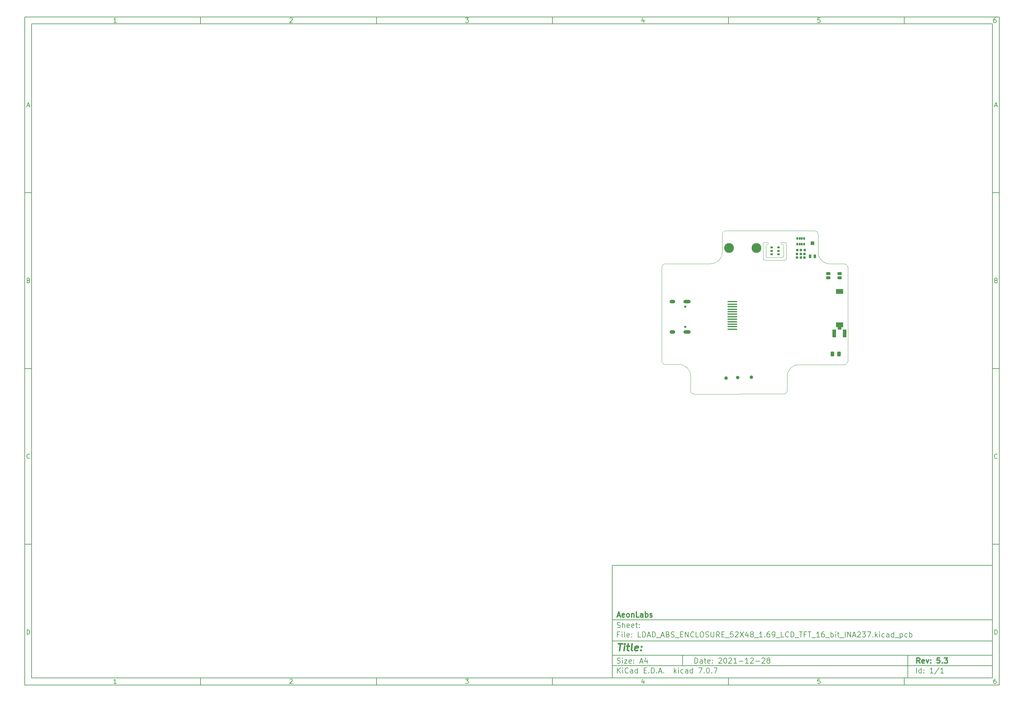
<source format=gbr>
G04 #@! TF.GenerationSoftware,KiCad,Pcbnew,7.0.7*
G04 #@! TF.CreationDate,2023-10-12T17:33:54+02:00*
G04 #@! TF.ProjectId,LDAD_ABS_ENCLOSURE_52X48_1.69_LCD_TFT_16_bit_INA237,4c444144-5f41-4425-935f-454e434c4f53,5.3*
G04 #@! TF.SameCoordinates,Original*
G04 #@! TF.FileFunction,Soldermask,Bot*
G04 #@! TF.FilePolarity,Negative*
%FSLAX46Y46*%
G04 Gerber Fmt 4.6, Leading zero omitted, Abs format (unit mm)*
G04 Created by KiCad (PCBNEW 7.0.7) date 2023-10-12 17:33:54*
%MOMM*%
%LPD*%
G01*
G04 APERTURE LIST*
G04 Aperture macros list*
%AMRoundRect*
0 Rectangle with rounded corners*
0 $1 Rounding radius*
0 $2 $3 $4 $5 $6 $7 $8 $9 X,Y pos of 4 corners*
0 Add a 4 corners polygon primitive as box body*
4,1,4,$2,$3,$4,$5,$6,$7,$8,$9,$2,$3,0*
0 Add four circle primitives for the rounded corners*
1,1,$1+$1,$2,$3*
1,1,$1+$1,$4,$5*
1,1,$1+$1,$6,$7*
1,1,$1+$1,$8,$9*
0 Add four rect primitives between the rounded corners*
20,1,$1+$1,$2,$3,$4,$5,0*
20,1,$1+$1,$4,$5,$6,$7,0*
20,1,$1+$1,$6,$7,$8,$9,0*
20,1,$1+$1,$8,$9,$2,$3,0*%
G04 Aperture macros list end*
%ADD10C,0.100000*%
%ADD11C,0.150000*%
%ADD12C,0.300000*%
%ADD13C,0.400000*%
%ADD14C,2.800000*%
%ADD15C,0.650000*%
%ADD16O,2.100000X1.000000*%
%ADD17O,1.600000X1.000000*%
%ADD18R,1.100000X2.250000*%
%ADD19R,1.050000X1.100000*%
%ADD20RoundRect,0.175000X-0.175000X0.175000X-0.175000X-0.175000X0.175000X-0.175000X0.175000X0.175000X0*%
%ADD21R,2.100000X1.400000*%
%ADD22C,1.000000*%
%ADD23R,0.800000X1.100000*%
%ADD24R,1.000000X1.100000*%
%ADD25RoundRect,0.037100X0.317900X0.227900X-0.317900X0.227900X-0.317900X-0.227900X0.317900X-0.227900X0*%
%ADD26RoundRect,0.124800X0.475200X0.275200X-0.475200X0.275200X-0.475200X-0.275200X0.475200X-0.275200X0*%
%ADD27R,2.800000X0.300000*%
%ADD28RoundRect,0.243750X0.243750X0.456250X-0.243750X0.456250X-0.243750X-0.456250X0.243750X-0.456250X0*%
%ADD29RoundRect,0.102000X-0.175000X0.250000X-0.175000X-0.250000X0.175000X-0.250000X0.175000X0.250000X0*%
G04 #@! TA.AperFunction,Profile*
%ADD30C,0.100000*%
G04 #@! TD*
G04 #@! TA.AperFunction,Profile*
%ADD31C,0.120000*%
G04 #@! TD*
G04 APERTURE END LIST*
D10*
D11*
X177002200Y-166007200D02*
X285002200Y-166007200D01*
X285002200Y-198007200D01*
X177002200Y-198007200D01*
X177002200Y-166007200D01*
D10*
D11*
X10000000Y-10000000D02*
X287002200Y-10000000D01*
X287002200Y-200007200D01*
X10000000Y-200007200D01*
X10000000Y-10000000D01*
D10*
D11*
X12000000Y-12000000D02*
X285002200Y-12000000D01*
X285002200Y-198007200D01*
X12000000Y-198007200D01*
X12000000Y-12000000D01*
D10*
D11*
X60000000Y-12000000D02*
X60000000Y-10000000D01*
D10*
D11*
X110000000Y-12000000D02*
X110000000Y-10000000D01*
D10*
D11*
X160000000Y-12000000D02*
X160000000Y-10000000D01*
D10*
D11*
X210000000Y-12000000D02*
X210000000Y-10000000D01*
D10*
D11*
X260000000Y-12000000D02*
X260000000Y-10000000D01*
D10*
D11*
X36089160Y-11593604D02*
X35346303Y-11593604D01*
X35717731Y-11593604D02*
X35717731Y-10293604D01*
X35717731Y-10293604D02*
X35593922Y-10479319D01*
X35593922Y-10479319D02*
X35470112Y-10603128D01*
X35470112Y-10603128D02*
X35346303Y-10665033D01*
D10*
D11*
X85346303Y-10417414D02*
X85408207Y-10355509D01*
X85408207Y-10355509D02*
X85532017Y-10293604D01*
X85532017Y-10293604D02*
X85841541Y-10293604D01*
X85841541Y-10293604D02*
X85965350Y-10355509D01*
X85965350Y-10355509D02*
X86027255Y-10417414D01*
X86027255Y-10417414D02*
X86089160Y-10541223D01*
X86089160Y-10541223D02*
X86089160Y-10665033D01*
X86089160Y-10665033D02*
X86027255Y-10850747D01*
X86027255Y-10850747D02*
X85284398Y-11593604D01*
X85284398Y-11593604D02*
X86089160Y-11593604D01*
D10*
D11*
X135284398Y-10293604D02*
X136089160Y-10293604D01*
X136089160Y-10293604D02*
X135655826Y-10788842D01*
X135655826Y-10788842D02*
X135841541Y-10788842D01*
X135841541Y-10788842D02*
X135965350Y-10850747D01*
X135965350Y-10850747D02*
X136027255Y-10912652D01*
X136027255Y-10912652D02*
X136089160Y-11036461D01*
X136089160Y-11036461D02*
X136089160Y-11345985D01*
X136089160Y-11345985D02*
X136027255Y-11469795D01*
X136027255Y-11469795D02*
X135965350Y-11531700D01*
X135965350Y-11531700D02*
X135841541Y-11593604D01*
X135841541Y-11593604D02*
X135470112Y-11593604D01*
X135470112Y-11593604D02*
X135346303Y-11531700D01*
X135346303Y-11531700D02*
X135284398Y-11469795D01*
D10*
D11*
X185965350Y-10726938D02*
X185965350Y-11593604D01*
X185655826Y-10231700D02*
X185346303Y-11160271D01*
X185346303Y-11160271D02*
X186151064Y-11160271D01*
D10*
D11*
X236027255Y-10293604D02*
X235408207Y-10293604D01*
X235408207Y-10293604D02*
X235346303Y-10912652D01*
X235346303Y-10912652D02*
X235408207Y-10850747D01*
X235408207Y-10850747D02*
X235532017Y-10788842D01*
X235532017Y-10788842D02*
X235841541Y-10788842D01*
X235841541Y-10788842D02*
X235965350Y-10850747D01*
X235965350Y-10850747D02*
X236027255Y-10912652D01*
X236027255Y-10912652D02*
X236089160Y-11036461D01*
X236089160Y-11036461D02*
X236089160Y-11345985D01*
X236089160Y-11345985D02*
X236027255Y-11469795D01*
X236027255Y-11469795D02*
X235965350Y-11531700D01*
X235965350Y-11531700D02*
X235841541Y-11593604D01*
X235841541Y-11593604D02*
X235532017Y-11593604D01*
X235532017Y-11593604D02*
X235408207Y-11531700D01*
X235408207Y-11531700D02*
X235346303Y-11469795D01*
D10*
D11*
X285965350Y-10293604D02*
X285717731Y-10293604D01*
X285717731Y-10293604D02*
X285593922Y-10355509D01*
X285593922Y-10355509D02*
X285532017Y-10417414D01*
X285532017Y-10417414D02*
X285408207Y-10603128D01*
X285408207Y-10603128D02*
X285346303Y-10850747D01*
X285346303Y-10850747D02*
X285346303Y-11345985D01*
X285346303Y-11345985D02*
X285408207Y-11469795D01*
X285408207Y-11469795D02*
X285470112Y-11531700D01*
X285470112Y-11531700D02*
X285593922Y-11593604D01*
X285593922Y-11593604D02*
X285841541Y-11593604D01*
X285841541Y-11593604D02*
X285965350Y-11531700D01*
X285965350Y-11531700D02*
X286027255Y-11469795D01*
X286027255Y-11469795D02*
X286089160Y-11345985D01*
X286089160Y-11345985D02*
X286089160Y-11036461D01*
X286089160Y-11036461D02*
X286027255Y-10912652D01*
X286027255Y-10912652D02*
X285965350Y-10850747D01*
X285965350Y-10850747D02*
X285841541Y-10788842D01*
X285841541Y-10788842D02*
X285593922Y-10788842D01*
X285593922Y-10788842D02*
X285470112Y-10850747D01*
X285470112Y-10850747D02*
X285408207Y-10912652D01*
X285408207Y-10912652D02*
X285346303Y-11036461D01*
D10*
D11*
X60000000Y-198007200D02*
X60000000Y-200007200D01*
D10*
D11*
X110000000Y-198007200D02*
X110000000Y-200007200D01*
D10*
D11*
X160000000Y-198007200D02*
X160000000Y-200007200D01*
D10*
D11*
X210000000Y-198007200D02*
X210000000Y-200007200D01*
D10*
D11*
X260000000Y-198007200D02*
X260000000Y-200007200D01*
D10*
D11*
X36089160Y-199600804D02*
X35346303Y-199600804D01*
X35717731Y-199600804D02*
X35717731Y-198300804D01*
X35717731Y-198300804D02*
X35593922Y-198486519D01*
X35593922Y-198486519D02*
X35470112Y-198610328D01*
X35470112Y-198610328D02*
X35346303Y-198672233D01*
D10*
D11*
X85346303Y-198424614D02*
X85408207Y-198362709D01*
X85408207Y-198362709D02*
X85532017Y-198300804D01*
X85532017Y-198300804D02*
X85841541Y-198300804D01*
X85841541Y-198300804D02*
X85965350Y-198362709D01*
X85965350Y-198362709D02*
X86027255Y-198424614D01*
X86027255Y-198424614D02*
X86089160Y-198548423D01*
X86089160Y-198548423D02*
X86089160Y-198672233D01*
X86089160Y-198672233D02*
X86027255Y-198857947D01*
X86027255Y-198857947D02*
X85284398Y-199600804D01*
X85284398Y-199600804D02*
X86089160Y-199600804D01*
D10*
D11*
X135284398Y-198300804D02*
X136089160Y-198300804D01*
X136089160Y-198300804D02*
X135655826Y-198796042D01*
X135655826Y-198796042D02*
X135841541Y-198796042D01*
X135841541Y-198796042D02*
X135965350Y-198857947D01*
X135965350Y-198857947D02*
X136027255Y-198919852D01*
X136027255Y-198919852D02*
X136089160Y-199043661D01*
X136089160Y-199043661D02*
X136089160Y-199353185D01*
X136089160Y-199353185D02*
X136027255Y-199476995D01*
X136027255Y-199476995D02*
X135965350Y-199538900D01*
X135965350Y-199538900D02*
X135841541Y-199600804D01*
X135841541Y-199600804D02*
X135470112Y-199600804D01*
X135470112Y-199600804D02*
X135346303Y-199538900D01*
X135346303Y-199538900D02*
X135284398Y-199476995D01*
D10*
D11*
X185965350Y-198734138D02*
X185965350Y-199600804D01*
X185655826Y-198238900D02*
X185346303Y-199167471D01*
X185346303Y-199167471D02*
X186151064Y-199167471D01*
D10*
D11*
X236027255Y-198300804D02*
X235408207Y-198300804D01*
X235408207Y-198300804D02*
X235346303Y-198919852D01*
X235346303Y-198919852D02*
X235408207Y-198857947D01*
X235408207Y-198857947D02*
X235532017Y-198796042D01*
X235532017Y-198796042D02*
X235841541Y-198796042D01*
X235841541Y-198796042D02*
X235965350Y-198857947D01*
X235965350Y-198857947D02*
X236027255Y-198919852D01*
X236027255Y-198919852D02*
X236089160Y-199043661D01*
X236089160Y-199043661D02*
X236089160Y-199353185D01*
X236089160Y-199353185D02*
X236027255Y-199476995D01*
X236027255Y-199476995D02*
X235965350Y-199538900D01*
X235965350Y-199538900D02*
X235841541Y-199600804D01*
X235841541Y-199600804D02*
X235532017Y-199600804D01*
X235532017Y-199600804D02*
X235408207Y-199538900D01*
X235408207Y-199538900D02*
X235346303Y-199476995D01*
D10*
D11*
X285965350Y-198300804D02*
X285717731Y-198300804D01*
X285717731Y-198300804D02*
X285593922Y-198362709D01*
X285593922Y-198362709D02*
X285532017Y-198424614D01*
X285532017Y-198424614D02*
X285408207Y-198610328D01*
X285408207Y-198610328D02*
X285346303Y-198857947D01*
X285346303Y-198857947D02*
X285346303Y-199353185D01*
X285346303Y-199353185D02*
X285408207Y-199476995D01*
X285408207Y-199476995D02*
X285470112Y-199538900D01*
X285470112Y-199538900D02*
X285593922Y-199600804D01*
X285593922Y-199600804D02*
X285841541Y-199600804D01*
X285841541Y-199600804D02*
X285965350Y-199538900D01*
X285965350Y-199538900D02*
X286027255Y-199476995D01*
X286027255Y-199476995D02*
X286089160Y-199353185D01*
X286089160Y-199353185D02*
X286089160Y-199043661D01*
X286089160Y-199043661D02*
X286027255Y-198919852D01*
X286027255Y-198919852D02*
X285965350Y-198857947D01*
X285965350Y-198857947D02*
X285841541Y-198796042D01*
X285841541Y-198796042D02*
X285593922Y-198796042D01*
X285593922Y-198796042D02*
X285470112Y-198857947D01*
X285470112Y-198857947D02*
X285408207Y-198919852D01*
X285408207Y-198919852D02*
X285346303Y-199043661D01*
D10*
D11*
X10000000Y-60000000D02*
X12000000Y-60000000D01*
D10*
D11*
X10000000Y-110000000D02*
X12000000Y-110000000D01*
D10*
D11*
X10000000Y-160000000D02*
X12000000Y-160000000D01*
D10*
D11*
X10690476Y-35222176D02*
X11309523Y-35222176D01*
X10566666Y-35593604D02*
X10999999Y-34293604D01*
X10999999Y-34293604D02*
X11433333Y-35593604D01*
D10*
D11*
X11092857Y-84912652D02*
X11278571Y-84974557D01*
X11278571Y-84974557D02*
X11340476Y-85036461D01*
X11340476Y-85036461D02*
X11402380Y-85160271D01*
X11402380Y-85160271D02*
X11402380Y-85345985D01*
X11402380Y-85345985D02*
X11340476Y-85469795D01*
X11340476Y-85469795D02*
X11278571Y-85531700D01*
X11278571Y-85531700D02*
X11154761Y-85593604D01*
X11154761Y-85593604D02*
X10659523Y-85593604D01*
X10659523Y-85593604D02*
X10659523Y-84293604D01*
X10659523Y-84293604D02*
X11092857Y-84293604D01*
X11092857Y-84293604D02*
X11216666Y-84355509D01*
X11216666Y-84355509D02*
X11278571Y-84417414D01*
X11278571Y-84417414D02*
X11340476Y-84541223D01*
X11340476Y-84541223D02*
X11340476Y-84665033D01*
X11340476Y-84665033D02*
X11278571Y-84788842D01*
X11278571Y-84788842D02*
X11216666Y-84850747D01*
X11216666Y-84850747D02*
X11092857Y-84912652D01*
X11092857Y-84912652D02*
X10659523Y-84912652D01*
D10*
D11*
X11402380Y-135469795D02*
X11340476Y-135531700D01*
X11340476Y-135531700D02*
X11154761Y-135593604D01*
X11154761Y-135593604D02*
X11030952Y-135593604D01*
X11030952Y-135593604D02*
X10845238Y-135531700D01*
X10845238Y-135531700D02*
X10721428Y-135407890D01*
X10721428Y-135407890D02*
X10659523Y-135284080D01*
X10659523Y-135284080D02*
X10597619Y-135036461D01*
X10597619Y-135036461D02*
X10597619Y-134850747D01*
X10597619Y-134850747D02*
X10659523Y-134603128D01*
X10659523Y-134603128D02*
X10721428Y-134479319D01*
X10721428Y-134479319D02*
X10845238Y-134355509D01*
X10845238Y-134355509D02*
X11030952Y-134293604D01*
X11030952Y-134293604D02*
X11154761Y-134293604D01*
X11154761Y-134293604D02*
X11340476Y-134355509D01*
X11340476Y-134355509D02*
X11402380Y-134417414D01*
D10*
D11*
X10659523Y-185593604D02*
X10659523Y-184293604D01*
X10659523Y-184293604D02*
X10969047Y-184293604D01*
X10969047Y-184293604D02*
X11154761Y-184355509D01*
X11154761Y-184355509D02*
X11278571Y-184479319D01*
X11278571Y-184479319D02*
X11340476Y-184603128D01*
X11340476Y-184603128D02*
X11402380Y-184850747D01*
X11402380Y-184850747D02*
X11402380Y-185036461D01*
X11402380Y-185036461D02*
X11340476Y-185284080D01*
X11340476Y-185284080D02*
X11278571Y-185407890D01*
X11278571Y-185407890D02*
X11154761Y-185531700D01*
X11154761Y-185531700D02*
X10969047Y-185593604D01*
X10969047Y-185593604D02*
X10659523Y-185593604D01*
D10*
D11*
X287002200Y-60000000D02*
X285002200Y-60000000D01*
D10*
D11*
X287002200Y-110000000D02*
X285002200Y-110000000D01*
D10*
D11*
X287002200Y-160000000D02*
X285002200Y-160000000D01*
D10*
D11*
X285692676Y-35222176D02*
X286311723Y-35222176D01*
X285568866Y-35593604D02*
X286002199Y-34293604D01*
X286002199Y-34293604D02*
X286435533Y-35593604D01*
D10*
D11*
X286095057Y-84912652D02*
X286280771Y-84974557D01*
X286280771Y-84974557D02*
X286342676Y-85036461D01*
X286342676Y-85036461D02*
X286404580Y-85160271D01*
X286404580Y-85160271D02*
X286404580Y-85345985D01*
X286404580Y-85345985D02*
X286342676Y-85469795D01*
X286342676Y-85469795D02*
X286280771Y-85531700D01*
X286280771Y-85531700D02*
X286156961Y-85593604D01*
X286156961Y-85593604D02*
X285661723Y-85593604D01*
X285661723Y-85593604D02*
X285661723Y-84293604D01*
X285661723Y-84293604D02*
X286095057Y-84293604D01*
X286095057Y-84293604D02*
X286218866Y-84355509D01*
X286218866Y-84355509D02*
X286280771Y-84417414D01*
X286280771Y-84417414D02*
X286342676Y-84541223D01*
X286342676Y-84541223D02*
X286342676Y-84665033D01*
X286342676Y-84665033D02*
X286280771Y-84788842D01*
X286280771Y-84788842D02*
X286218866Y-84850747D01*
X286218866Y-84850747D02*
X286095057Y-84912652D01*
X286095057Y-84912652D02*
X285661723Y-84912652D01*
D10*
D11*
X286404580Y-135469795D02*
X286342676Y-135531700D01*
X286342676Y-135531700D02*
X286156961Y-135593604D01*
X286156961Y-135593604D02*
X286033152Y-135593604D01*
X286033152Y-135593604D02*
X285847438Y-135531700D01*
X285847438Y-135531700D02*
X285723628Y-135407890D01*
X285723628Y-135407890D02*
X285661723Y-135284080D01*
X285661723Y-135284080D02*
X285599819Y-135036461D01*
X285599819Y-135036461D02*
X285599819Y-134850747D01*
X285599819Y-134850747D02*
X285661723Y-134603128D01*
X285661723Y-134603128D02*
X285723628Y-134479319D01*
X285723628Y-134479319D02*
X285847438Y-134355509D01*
X285847438Y-134355509D02*
X286033152Y-134293604D01*
X286033152Y-134293604D02*
X286156961Y-134293604D01*
X286156961Y-134293604D02*
X286342676Y-134355509D01*
X286342676Y-134355509D02*
X286404580Y-134417414D01*
D10*
D11*
X285661723Y-185593604D02*
X285661723Y-184293604D01*
X285661723Y-184293604D02*
X285971247Y-184293604D01*
X285971247Y-184293604D02*
X286156961Y-184355509D01*
X286156961Y-184355509D02*
X286280771Y-184479319D01*
X286280771Y-184479319D02*
X286342676Y-184603128D01*
X286342676Y-184603128D02*
X286404580Y-184850747D01*
X286404580Y-184850747D02*
X286404580Y-185036461D01*
X286404580Y-185036461D02*
X286342676Y-185284080D01*
X286342676Y-185284080D02*
X286280771Y-185407890D01*
X286280771Y-185407890D02*
X286156961Y-185531700D01*
X286156961Y-185531700D02*
X285971247Y-185593604D01*
X285971247Y-185593604D02*
X285661723Y-185593604D01*
D10*
D11*
X200458026Y-193793328D02*
X200458026Y-192293328D01*
X200458026Y-192293328D02*
X200815169Y-192293328D01*
X200815169Y-192293328D02*
X201029455Y-192364757D01*
X201029455Y-192364757D02*
X201172312Y-192507614D01*
X201172312Y-192507614D02*
X201243741Y-192650471D01*
X201243741Y-192650471D02*
X201315169Y-192936185D01*
X201315169Y-192936185D02*
X201315169Y-193150471D01*
X201315169Y-193150471D02*
X201243741Y-193436185D01*
X201243741Y-193436185D02*
X201172312Y-193579042D01*
X201172312Y-193579042D02*
X201029455Y-193721900D01*
X201029455Y-193721900D02*
X200815169Y-193793328D01*
X200815169Y-193793328D02*
X200458026Y-193793328D01*
X202600884Y-193793328D02*
X202600884Y-193007614D01*
X202600884Y-193007614D02*
X202529455Y-192864757D01*
X202529455Y-192864757D02*
X202386598Y-192793328D01*
X202386598Y-192793328D02*
X202100884Y-192793328D01*
X202100884Y-192793328D02*
X201958026Y-192864757D01*
X202600884Y-193721900D02*
X202458026Y-193793328D01*
X202458026Y-193793328D02*
X202100884Y-193793328D01*
X202100884Y-193793328D02*
X201958026Y-193721900D01*
X201958026Y-193721900D02*
X201886598Y-193579042D01*
X201886598Y-193579042D02*
X201886598Y-193436185D01*
X201886598Y-193436185D02*
X201958026Y-193293328D01*
X201958026Y-193293328D02*
X202100884Y-193221900D01*
X202100884Y-193221900D02*
X202458026Y-193221900D01*
X202458026Y-193221900D02*
X202600884Y-193150471D01*
X203100884Y-192793328D02*
X203672312Y-192793328D01*
X203315169Y-192293328D02*
X203315169Y-193579042D01*
X203315169Y-193579042D02*
X203386598Y-193721900D01*
X203386598Y-193721900D02*
X203529455Y-193793328D01*
X203529455Y-193793328D02*
X203672312Y-193793328D01*
X204743741Y-193721900D02*
X204600884Y-193793328D01*
X204600884Y-193793328D02*
X204315170Y-193793328D01*
X204315170Y-193793328D02*
X204172312Y-193721900D01*
X204172312Y-193721900D02*
X204100884Y-193579042D01*
X204100884Y-193579042D02*
X204100884Y-193007614D01*
X204100884Y-193007614D02*
X204172312Y-192864757D01*
X204172312Y-192864757D02*
X204315170Y-192793328D01*
X204315170Y-192793328D02*
X204600884Y-192793328D01*
X204600884Y-192793328D02*
X204743741Y-192864757D01*
X204743741Y-192864757D02*
X204815170Y-193007614D01*
X204815170Y-193007614D02*
X204815170Y-193150471D01*
X204815170Y-193150471D02*
X204100884Y-193293328D01*
X205458026Y-193650471D02*
X205529455Y-193721900D01*
X205529455Y-193721900D02*
X205458026Y-193793328D01*
X205458026Y-193793328D02*
X205386598Y-193721900D01*
X205386598Y-193721900D02*
X205458026Y-193650471D01*
X205458026Y-193650471D02*
X205458026Y-193793328D01*
X205458026Y-192864757D02*
X205529455Y-192936185D01*
X205529455Y-192936185D02*
X205458026Y-193007614D01*
X205458026Y-193007614D02*
X205386598Y-192936185D01*
X205386598Y-192936185D02*
X205458026Y-192864757D01*
X205458026Y-192864757D02*
X205458026Y-193007614D01*
X207243741Y-192436185D02*
X207315169Y-192364757D01*
X207315169Y-192364757D02*
X207458027Y-192293328D01*
X207458027Y-192293328D02*
X207815169Y-192293328D01*
X207815169Y-192293328D02*
X207958027Y-192364757D01*
X207958027Y-192364757D02*
X208029455Y-192436185D01*
X208029455Y-192436185D02*
X208100884Y-192579042D01*
X208100884Y-192579042D02*
X208100884Y-192721900D01*
X208100884Y-192721900D02*
X208029455Y-192936185D01*
X208029455Y-192936185D02*
X207172312Y-193793328D01*
X207172312Y-193793328D02*
X208100884Y-193793328D01*
X209029455Y-192293328D02*
X209172312Y-192293328D01*
X209172312Y-192293328D02*
X209315169Y-192364757D01*
X209315169Y-192364757D02*
X209386598Y-192436185D01*
X209386598Y-192436185D02*
X209458026Y-192579042D01*
X209458026Y-192579042D02*
X209529455Y-192864757D01*
X209529455Y-192864757D02*
X209529455Y-193221900D01*
X209529455Y-193221900D02*
X209458026Y-193507614D01*
X209458026Y-193507614D02*
X209386598Y-193650471D01*
X209386598Y-193650471D02*
X209315169Y-193721900D01*
X209315169Y-193721900D02*
X209172312Y-193793328D01*
X209172312Y-193793328D02*
X209029455Y-193793328D01*
X209029455Y-193793328D02*
X208886598Y-193721900D01*
X208886598Y-193721900D02*
X208815169Y-193650471D01*
X208815169Y-193650471D02*
X208743740Y-193507614D01*
X208743740Y-193507614D02*
X208672312Y-193221900D01*
X208672312Y-193221900D02*
X208672312Y-192864757D01*
X208672312Y-192864757D02*
X208743740Y-192579042D01*
X208743740Y-192579042D02*
X208815169Y-192436185D01*
X208815169Y-192436185D02*
X208886598Y-192364757D01*
X208886598Y-192364757D02*
X209029455Y-192293328D01*
X210100883Y-192436185D02*
X210172311Y-192364757D01*
X210172311Y-192364757D02*
X210315169Y-192293328D01*
X210315169Y-192293328D02*
X210672311Y-192293328D01*
X210672311Y-192293328D02*
X210815169Y-192364757D01*
X210815169Y-192364757D02*
X210886597Y-192436185D01*
X210886597Y-192436185D02*
X210958026Y-192579042D01*
X210958026Y-192579042D02*
X210958026Y-192721900D01*
X210958026Y-192721900D02*
X210886597Y-192936185D01*
X210886597Y-192936185D02*
X210029454Y-193793328D01*
X210029454Y-193793328D02*
X210958026Y-193793328D01*
X212386597Y-193793328D02*
X211529454Y-193793328D01*
X211958025Y-193793328D02*
X211958025Y-192293328D01*
X211958025Y-192293328D02*
X211815168Y-192507614D01*
X211815168Y-192507614D02*
X211672311Y-192650471D01*
X211672311Y-192650471D02*
X211529454Y-192721900D01*
X213029453Y-193221900D02*
X214172311Y-193221900D01*
X215672311Y-193793328D02*
X214815168Y-193793328D01*
X215243739Y-193793328D02*
X215243739Y-192293328D01*
X215243739Y-192293328D02*
X215100882Y-192507614D01*
X215100882Y-192507614D02*
X214958025Y-192650471D01*
X214958025Y-192650471D02*
X214815168Y-192721900D01*
X216243739Y-192436185D02*
X216315167Y-192364757D01*
X216315167Y-192364757D02*
X216458025Y-192293328D01*
X216458025Y-192293328D02*
X216815167Y-192293328D01*
X216815167Y-192293328D02*
X216958025Y-192364757D01*
X216958025Y-192364757D02*
X217029453Y-192436185D01*
X217029453Y-192436185D02*
X217100882Y-192579042D01*
X217100882Y-192579042D02*
X217100882Y-192721900D01*
X217100882Y-192721900D02*
X217029453Y-192936185D01*
X217029453Y-192936185D02*
X216172310Y-193793328D01*
X216172310Y-193793328D02*
X217100882Y-193793328D01*
X217743738Y-193221900D02*
X218886596Y-193221900D01*
X219529453Y-192436185D02*
X219600881Y-192364757D01*
X219600881Y-192364757D02*
X219743739Y-192293328D01*
X219743739Y-192293328D02*
X220100881Y-192293328D01*
X220100881Y-192293328D02*
X220243739Y-192364757D01*
X220243739Y-192364757D02*
X220315167Y-192436185D01*
X220315167Y-192436185D02*
X220386596Y-192579042D01*
X220386596Y-192579042D02*
X220386596Y-192721900D01*
X220386596Y-192721900D02*
X220315167Y-192936185D01*
X220315167Y-192936185D02*
X219458024Y-193793328D01*
X219458024Y-193793328D02*
X220386596Y-193793328D01*
X221243738Y-192936185D02*
X221100881Y-192864757D01*
X221100881Y-192864757D02*
X221029452Y-192793328D01*
X221029452Y-192793328D02*
X220958024Y-192650471D01*
X220958024Y-192650471D02*
X220958024Y-192579042D01*
X220958024Y-192579042D02*
X221029452Y-192436185D01*
X221029452Y-192436185D02*
X221100881Y-192364757D01*
X221100881Y-192364757D02*
X221243738Y-192293328D01*
X221243738Y-192293328D02*
X221529452Y-192293328D01*
X221529452Y-192293328D02*
X221672310Y-192364757D01*
X221672310Y-192364757D02*
X221743738Y-192436185D01*
X221743738Y-192436185D02*
X221815167Y-192579042D01*
X221815167Y-192579042D02*
X221815167Y-192650471D01*
X221815167Y-192650471D02*
X221743738Y-192793328D01*
X221743738Y-192793328D02*
X221672310Y-192864757D01*
X221672310Y-192864757D02*
X221529452Y-192936185D01*
X221529452Y-192936185D02*
X221243738Y-192936185D01*
X221243738Y-192936185D02*
X221100881Y-193007614D01*
X221100881Y-193007614D02*
X221029452Y-193079042D01*
X221029452Y-193079042D02*
X220958024Y-193221900D01*
X220958024Y-193221900D02*
X220958024Y-193507614D01*
X220958024Y-193507614D02*
X221029452Y-193650471D01*
X221029452Y-193650471D02*
X221100881Y-193721900D01*
X221100881Y-193721900D02*
X221243738Y-193793328D01*
X221243738Y-193793328D02*
X221529452Y-193793328D01*
X221529452Y-193793328D02*
X221672310Y-193721900D01*
X221672310Y-193721900D02*
X221743738Y-193650471D01*
X221743738Y-193650471D02*
X221815167Y-193507614D01*
X221815167Y-193507614D02*
X221815167Y-193221900D01*
X221815167Y-193221900D02*
X221743738Y-193079042D01*
X221743738Y-193079042D02*
X221672310Y-193007614D01*
X221672310Y-193007614D02*
X221529452Y-192936185D01*
D10*
D11*
X177002200Y-194507200D02*
X285002200Y-194507200D01*
D10*
D11*
X178458026Y-196593328D02*
X178458026Y-195093328D01*
X179315169Y-196593328D02*
X178672312Y-195736185D01*
X179315169Y-195093328D02*
X178458026Y-195950471D01*
X179958026Y-196593328D02*
X179958026Y-195593328D01*
X179958026Y-195093328D02*
X179886598Y-195164757D01*
X179886598Y-195164757D02*
X179958026Y-195236185D01*
X179958026Y-195236185D02*
X180029455Y-195164757D01*
X180029455Y-195164757D02*
X179958026Y-195093328D01*
X179958026Y-195093328D02*
X179958026Y-195236185D01*
X181529455Y-196450471D02*
X181458027Y-196521900D01*
X181458027Y-196521900D02*
X181243741Y-196593328D01*
X181243741Y-196593328D02*
X181100884Y-196593328D01*
X181100884Y-196593328D02*
X180886598Y-196521900D01*
X180886598Y-196521900D02*
X180743741Y-196379042D01*
X180743741Y-196379042D02*
X180672312Y-196236185D01*
X180672312Y-196236185D02*
X180600884Y-195950471D01*
X180600884Y-195950471D02*
X180600884Y-195736185D01*
X180600884Y-195736185D02*
X180672312Y-195450471D01*
X180672312Y-195450471D02*
X180743741Y-195307614D01*
X180743741Y-195307614D02*
X180886598Y-195164757D01*
X180886598Y-195164757D02*
X181100884Y-195093328D01*
X181100884Y-195093328D02*
X181243741Y-195093328D01*
X181243741Y-195093328D02*
X181458027Y-195164757D01*
X181458027Y-195164757D02*
X181529455Y-195236185D01*
X182815170Y-196593328D02*
X182815170Y-195807614D01*
X182815170Y-195807614D02*
X182743741Y-195664757D01*
X182743741Y-195664757D02*
X182600884Y-195593328D01*
X182600884Y-195593328D02*
X182315170Y-195593328D01*
X182315170Y-195593328D02*
X182172312Y-195664757D01*
X182815170Y-196521900D02*
X182672312Y-196593328D01*
X182672312Y-196593328D02*
X182315170Y-196593328D01*
X182315170Y-196593328D02*
X182172312Y-196521900D01*
X182172312Y-196521900D02*
X182100884Y-196379042D01*
X182100884Y-196379042D02*
X182100884Y-196236185D01*
X182100884Y-196236185D02*
X182172312Y-196093328D01*
X182172312Y-196093328D02*
X182315170Y-196021900D01*
X182315170Y-196021900D02*
X182672312Y-196021900D01*
X182672312Y-196021900D02*
X182815170Y-195950471D01*
X184172313Y-196593328D02*
X184172313Y-195093328D01*
X184172313Y-196521900D02*
X184029455Y-196593328D01*
X184029455Y-196593328D02*
X183743741Y-196593328D01*
X183743741Y-196593328D02*
X183600884Y-196521900D01*
X183600884Y-196521900D02*
X183529455Y-196450471D01*
X183529455Y-196450471D02*
X183458027Y-196307614D01*
X183458027Y-196307614D02*
X183458027Y-195879042D01*
X183458027Y-195879042D02*
X183529455Y-195736185D01*
X183529455Y-195736185D02*
X183600884Y-195664757D01*
X183600884Y-195664757D02*
X183743741Y-195593328D01*
X183743741Y-195593328D02*
X184029455Y-195593328D01*
X184029455Y-195593328D02*
X184172313Y-195664757D01*
X186029455Y-195807614D02*
X186529455Y-195807614D01*
X186743741Y-196593328D02*
X186029455Y-196593328D01*
X186029455Y-196593328D02*
X186029455Y-195093328D01*
X186029455Y-195093328D02*
X186743741Y-195093328D01*
X187386598Y-196450471D02*
X187458027Y-196521900D01*
X187458027Y-196521900D02*
X187386598Y-196593328D01*
X187386598Y-196593328D02*
X187315170Y-196521900D01*
X187315170Y-196521900D02*
X187386598Y-196450471D01*
X187386598Y-196450471D02*
X187386598Y-196593328D01*
X188100884Y-196593328D02*
X188100884Y-195093328D01*
X188100884Y-195093328D02*
X188458027Y-195093328D01*
X188458027Y-195093328D02*
X188672313Y-195164757D01*
X188672313Y-195164757D02*
X188815170Y-195307614D01*
X188815170Y-195307614D02*
X188886599Y-195450471D01*
X188886599Y-195450471D02*
X188958027Y-195736185D01*
X188958027Y-195736185D02*
X188958027Y-195950471D01*
X188958027Y-195950471D02*
X188886599Y-196236185D01*
X188886599Y-196236185D02*
X188815170Y-196379042D01*
X188815170Y-196379042D02*
X188672313Y-196521900D01*
X188672313Y-196521900D02*
X188458027Y-196593328D01*
X188458027Y-196593328D02*
X188100884Y-196593328D01*
X189600884Y-196450471D02*
X189672313Y-196521900D01*
X189672313Y-196521900D02*
X189600884Y-196593328D01*
X189600884Y-196593328D02*
X189529456Y-196521900D01*
X189529456Y-196521900D02*
X189600884Y-196450471D01*
X189600884Y-196450471D02*
X189600884Y-196593328D01*
X190243742Y-196164757D02*
X190958028Y-196164757D01*
X190100885Y-196593328D02*
X190600885Y-195093328D01*
X190600885Y-195093328D02*
X191100885Y-196593328D01*
X191600884Y-196450471D02*
X191672313Y-196521900D01*
X191672313Y-196521900D02*
X191600884Y-196593328D01*
X191600884Y-196593328D02*
X191529456Y-196521900D01*
X191529456Y-196521900D02*
X191600884Y-196450471D01*
X191600884Y-196450471D02*
X191600884Y-196593328D01*
X194600884Y-196593328D02*
X194600884Y-195093328D01*
X194743742Y-196021900D02*
X195172313Y-196593328D01*
X195172313Y-195593328D02*
X194600884Y-196164757D01*
X195815170Y-196593328D02*
X195815170Y-195593328D01*
X195815170Y-195093328D02*
X195743742Y-195164757D01*
X195743742Y-195164757D02*
X195815170Y-195236185D01*
X195815170Y-195236185D02*
X195886599Y-195164757D01*
X195886599Y-195164757D02*
X195815170Y-195093328D01*
X195815170Y-195093328D02*
X195815170Y-195236185D01*
X197172314Y-196521900D02*
X197029456Y-196593328D01*
X197029456Y-196593328D02*
X196743742Y-196593328D01*
X196743742Y-196593328D02*
X196600885Y-196521900D01*
X196600885Y-196521900D02*
X196529456Y-196450471D01*
X196529456Y-196450471D02*
X196458028Y-196307614D01*
X196458028Y-196307614D02*
X196458028Y-195879042D01*
X196458028Y-195879042D02*
X196529456Y-195736185D01*
X196529456Y-195736185D02*
X196600885Y-195664757D01*
X196600885Y-195664757D02*
X196743742Y-195593328D01*
X196743742Y-195593328D02*
X197029456Y-195593328D01*
X197029456Y-195593328D02*
X197172314Y-195664757D01*
X198458028Y-196593328D02*
X198458028Y-195807614D01*
X198458028Y-195807614D02*
X198386599Y-195664757D01*
X198386599Y-195664757D02*
X198243742Y-195593328D01*
X198243742Y-195593328D02*
X197958028Y-195593328D01*
X197958028Y-195593328D02*
X197815170Y-195664757D01*
X198458028Y-196521900D02*
X198315170Y-196593328D01*
X198315170Y-196593328D02*
X197958028Y-196593328D01*
X197958028Y-196593328D02*
X197815170Y-196521900D01*
X197815170Y-196521900D02*
X197743742Y-196379042D01*
X197743742Y-196379042D02*
X197743742Y-196236185D01*
X197743742Y-196236185D02*
X197815170Y-196093328D01*
X197815170Y-196093328D02*
X197958028Y-196021900D01*
X197958028Y-196021900D02*
X198315170Y-196021900D01*
X198315170Y-196021900D02*
X198458028Y-195950471D01*
X199815171Y-196593328D02*
X199815171Y-195093328D01*
X199815171Y-196521900D02*
X199672313Y-196593328D01*
X199672313Y-196593328D02*
X199386599Y-196593328D01*
X199386599Y-196593328D02*
X199243742Y-196521900D01*
X199243742Y-196521900D02*
X199172313Y-196450471D01*
X199172313Y-196450471D02*
X199100885Y-196307614D01*
X199100885Y-196307614D02*
X199100885Y-195879042D01*
X199100885Y-195879042D02*
X199172313Y-195736185D01*
X199172313Y-195736185D02*
X199243742Y-195664757D01*
X199243742Y-195664757D02*
X199386599Y-195593328D01*
X199386599Y-195593328D02*
X199672313Y-195593328D01*
X199672313Y-195593328D02*
X199815171Y-195664757D01*
X201529456Y-195093328D02*
X202529456Y-195093328D01*
X202529456Y-195093328D02*
X201886599Y-196593328D01*
X203100884Y-196450471D02*
X203172313Y-196521900D01*
X203172313Y-196521900D02*
X203100884Y-196593328D01*
X203100884Y-196593328D02*
X203029456Y-196521900D01*
X203029456Y-196521900D02*
X203100884Y-196450471D01*
X203100884Y-196450471D02*
X203100884Y-196593328D01*
X204100885Y-195093328D02*
X204243742Y-195093328D01*
X204243742Y-195093328D02*
X204386599Y-195164757D01*
X204386599Y-195164757D02*
X204458028Y-195236185D01*
X204458028Y-195236185D02*
X204529456Y-195379042D01*
X204529456Y-195379042D02*
X204600885Y-195664757D01*
X204600885Y-195664757D02*
X204600885Y-196021900D01*
X204600885Y-196021900D02*
X204529456Y-196307614D01*
X204529456Y-196307614D02*
X204458028Y-196450471D01*
X204458028Y-196450471D02*
X204386599Y-196521900D01*
X204386599Y-196521900D02*
X204243742Y-196593328D01*
X204243742Y-196593328D02*
X204100885Y-196593328D01*
X204100885Y-196593328D02*
X203958028Y-196521900D01*
X203958028Y-196521900D02*
X203886599Y-196450471D01*
X203886599Y-196450471D02*
X203815170Y-196307614D01*
X203815170Y-196307614D02*
X203743742Y-196021900D01*
X203743742Y-196021900D02*
X203743742Y-195664757D01*
X203743742Y-195664757D02*
X203815170Y-195379042D01*
X203815170Y-195379042D02*
X203886599Y-195236185D01*
X203886599Y-195236185D02*
X203958028Y-195164757D01*
X203958028Y-195164757D02*
X204100885Y-195093328D01*
X205243741Y-196450471D02*
X205315170Y-196521900D01*
X205315170Y-196521900D02*
X205243741Y-196593328D01*
X205243741Y-196593328D02*
X205172313Y-196521900D01*
X205172313Y-196521900D02*
X205243741Y-196450471D01*
X205243741Y-196450471D02*
X205243741Y-196593328D01*
X205815170Y-195093328D02*
X206815170Y-195093328D01*
X206815170Y-195093328D02*
X206172313Y-196593328D01*
D10*
D11*
X177002200Y-191507200D02*
X285002200Y-191507200D01*
D10*
D12*
X264413853Y-193785528D02*
X263913853Y-193071242D01*
X263556710Y-193785528D02*
X263556710Y-192285528D01*
X263556710Y-192285528D02*
X264128139Y-192285528D01*
X264128139Y-192285528D02*
X264270996Y-192356957D01*
X264270996Y-192356957D02*
X264342425Y-192428385D01*
X264342425Y-192428385D02*
X264413853Y-192571242D01*
X264413853Y-192571242D02*
X264413853Y-192785528D01*
X264413853Y-192785528D02*
X264342425Y-192928385D01*
X264342425Y-192928385D02*
X264270996Y-192999814D01*
X264270996Y-192999814D02*
X264128139Y-193071242D01*
X264128139Y-193071242D02*
X263556710Y-193071242D01*
X265628139Y-193714100D02*
X265485282Y-193785528D01*
X265485282Y-193785528D02*
X265199568Y-193785528D01*
X265199568Y-193785528D02*
X265056710Y-193714100D01*
X265056710Y-193714100D02*
X264985282Y-193571242D01*
X264985282Y-193571242D02*
X264985282Y-192999814D01*
X264985282Y-192999814D02*
X265056710Y-192856957D01*
X265056710Y-192856957D02*
X265199568Y-192785528D01*
X265199568Y-192785528D02*
X265485282Y-192785528D01*
X265485282Y-192785528D02*
X265628139Y-192856957D01*
X265628139Y-192856957D02*
X265699568Y-192999814D01*
X265699568Y-192999814D02*
X265699568Y-193142671D01*
X265699568Y-193142671D02*
X264985282Y-193285528D01*
X266199567Y-192785528D02*
X266556710Y-193785528D01*
X266556710Y-193785528D02*
X266913853Y-192785528D01*
X267485281Y-193642671D02*
X267556710Y-193714100D01*
X267556710Y-193714100D02*
X267485281Y-193785528D01*
X267485281Y-193785528D02*
X267413853Y-193714100D01*
X267413853Y-193714100D02*
X267485281Y-193642671D01*
X267485281Y-193642671D02*
X267485281Y-193785528D01*
X267485281Y-192856957D02*
X267556710Y-192928385D01*
X267556710Y-192928385D02*
X267485281Y-192999814D01*
X267485281Y-192999814D02*
X267413853Y-192928385D01*
X267413853Y-192928385D02*
X267485281Y-192856957D01*
X267485281Y-192856957D02*
X267485281Y-192999814D01*
X270056710Y-192285528D02*
X269342424Y-192285528D01*
X269342424Y-192285528D02*
X269270996Y-192999814D01*
X269270996Y-192999814D02*
X269342424Y-192928385D01*
X269342424Y-192928385D02*
X269485282Y-192856957D01*
X269485282Y-192856957D02*
X269842424Y-192856957D01*
X269842424Y-192856957D02*
X269985282Y-192928385D01*
X269985282Y-192928385D02*
X270056710Y-192999814D01*
X270056710Y-192999814D02*
X270128139Y-193142671D01*
X270128139Y-193142671D02*
X270128139Y-193499814D01*
X270128139Y-193499814D02*
X270056710Y-193642671D01*
X270056710Y-193642671D02*
X269985282Y-193714100D01*
X269985282Y-193714100D02*
X269842424Y-193785528D01*
X269842424Y-193785528D02*
X269485282Y-193785528D01*
X269485282Y-193785528D02*
X269342424Y-193714100D01*
X269342424Y-193714100D02*
X269270996Y-193642671D01*
X270770995Y-193642671D02*
X270842424Y-193714100D01*
X270842424Y-193714100D02*
X270770995Y-193785528D01*
X270770995Y-193785528D02*
X270699567Y-193714100D01*
X270699567Y-193714100D02*
X270770995Y-193642671D01*
X270770995Y-193642671D02*
X270770995Y-193785528D01*
X271342424Y-192285528D02*
X272270996Y-192285528D01*
X272270996Y-192285528D02*
X271770996Y-192856957D01*
X271770996Y-192856957D02*
X271985281Y-192856957D01*
X271985281Y-192856957D02*
X272128139Y-192928385D01*
X272128139Y-192928385D02*
X272199567Y-192999814D01*
X272199567Y-192999814D02*
X272270996Y-193142671D01*
X272270996Y-193142671D02*
X272270996Y-193499814D01*
X272270996Y-193499814D02*
X272199567Y-193642671D01*
X272199567Y-193642671D02*
X272128139Y-193714100D01*
X272128139Y-193714100D02*
X271985281Y-193785528D01*
X271985281Y-193785528D02*
X271556710Y-193785528D01*
X271556710Y-193785528D02*
X271413853Y-193714100D01*
X271413853Y-193714100D02*
X271342424Y-193642671D01*
D10*
D11*
X178386598Y-193721900D02*
X178600884Y-193793328D01*
X178600884Y-193793328D02*
X178958026Y-193793328D01*
X178958026Y-193793328D02*
X179100884Y-193721900D01*
X179100884Y-193721900D02*
X179172312Y-193650471D01*
X179172312Y-193650471D02*
X179243741Y-193507614D01*
X179243741Y-193507614D02*
X179243741Y-193364757D01*
X179243741Y-193364757D02*
X179172312Y-193221900D01*
X179172312Y-193221900D02*
X179100884Y-193150471D01*
X179100884Y-193150471D02*
X178958026Y-193079042D01*
X178958026Y-193079042D02*
X178672312Y-193007614D01*
X178672312Y-193007614D02*
X178529455Y-192936185D01*
X178529455Y-192936185D02*
X178458026Y-192864757D01*
X178458026Y-192864757D02*
X178386598Y-192721900D01*
X178386598Y-192721900D02*
X178386598Y-192579042D01*
X178386598Y-192579042D02*
X178458026Y-192436185D01*
X178458026Y-192436185D02*
X178529455Y-192364757D01*
X178529455Y-192364757D02*
X178672312Y-192293328D01*
X178672312Y-192293328D02*
X179029455Y-192293328D01*
X179029455Y-192293328D02*
X179243741Y-192364757D01*
X179886597Y-193793328D02*
X179886597Y-192793328D01*
X179886597Y-192293328D02*
X179815169Y-192364757D01*
X179815169Y-192364757D02*
X179886597Y-192436185D01*
X179886597Y-192436185D02*
X179958026Y-192364757D01*
X179958026Y-192364757D02*
X179886597Y-192293328D01*
X179886597Y-192293328D02*
X179886597Y-192436185D01*
X180458026Y-192793328D02*
X181243741Y-192793328D01*
X181243741Y-192793328D02*
X180458026Y-193793328D01*
X180458026Y-193793328D02*
X181243741Y-193793328D01*
X182386598Y-193721900D02*
X182243741Y-193793328D01*
X182243741Y-193793328D02*
X181958027Y-193793328D01*
X181958027Y-193793328D02*
X181815169Y-193721900D01*
X181815169Y-193721900D02*
X181743741Y-193579042D01*
X181743741Y-193579042D02*
X181743741Y-193007614D01*
X181743741Y-193007614D02*
X181815169Y-192864757D01*
X181815169Y-192864757D02*
X181958027Y-192793328D01*
X181958027Y-192793328D02*
X182243741Y-192793328D01*
X182243741Y-192793328D02*
X182386598Y-192864757D01*
X182386598Y-192864757D02*
X182458027Y-193007614D01*
X182458027Y-193007614D02*
X182458027Y-193150471D01*
X182458027Y-193150471D02*
X181743741Y-193293328D01*
X183100883Y-193650471D02*
X183172312Y-193721900D01*
X183172312Y-193721900D02*
X183100883Y-193793328D01*
X183100883Y-193793328D02*
X183029455Y-193721900D01*
X183029455Y-193721900D02*
X183100883Y-193650471D01*
X183100883Y-193650471D02*
X183100883Y-193793328D01*
X183100883Y-192864757D02*
X183172312Y-192936185D01*
X183172312Y-192936185D02*
X183100883Y-193007614D01*
X183100883Y-193007614D02*
X183029455Y-192936185D01*
X183029455Y-192936185D02*
X183100883Y-192864757D01*
X183100883Y-192864757D02*
X183100883Y-193007614D01*
X184886598Y-193364757D02*
X185600884Y-193364757D01*
X184743741Y-193793328D02*
X185243741Y-192293328D01*
X185243741Y-192293328D02*
X185743741Y-193793328D01*
X186886598Y-192793328D02*
X186886598Y-193793328D01*
X186529455Y-192221900D02*
X186172312Y-193293328D01*
X186172312Y-193293328D02*
X187100883Y-193293328D01*
D10*
D11*
X263458026Y-196593328D02*
X263458026Y-195093328D01*
X264815170Y-196593328D02*
X264815170Y-195093328D01*
X264815170Y-196521900D02*
X264672312Y-196593328D01*
X264672312Y-196593328D02*
X264386598Y-196593328D01*
X264386598Y-196593328D02*
X264243741Y-196521900D01*
X264243741Y-196521900D02*
X264172312Y-196450471D01*
X264172312Y-196450471D02*
X264100884Y-196307614D01*
X264100884Y-196307614D02*
X264100884Y-195879042D01*
X264100884Y-195879042D02*
X264172312Y-195736185D01*
X264172312Y-195736185D02*
X264243741Y-195664757D01*
X264243741Y-195664757D02*
X264386598Y-195593328D01*
X264386598Y-195593328D02*
X264672312Y-195593328D01*
X264672312Y-195593328D02*
X264815170Y-195664757D01*
X265529455Y-196450471D02*
X265600884Y-196521900D01*
X265600884Y-196521900D02*
X265529455Y-196593328D01*
X265529455Y-196593328D02*
X265458027Y-196521900D01*
X265458027Y-196521900D02*
X265529455Y-196450471D01*
X265529455Y-196450471D02*
X265529455Y-196593328D01*
X265529455Y-195664757D02*
X265600884Y-195736185D01*
X265600884Y-195736185D02*
X265529455Y-195807614D01*
X265529455Y-195807614D02*
X265458027Y-195736185D01*
X265458027Y-195736185D02*
X265529455Y-195664757D01*
X265529455Y-195664757D02*
X265529455Y-195807614D01*
X268172313Y-196593328D02*
X267315170Y-196593328D01*
X267743741Y-196593328D02*
X267743741Y-195093328D01*
X267743741Y-195093328D02*
X267600884Y-195307614D01*
X267600884Y-195307614D02*
X267458027Y-195450471D01*
X267458027Y-195450471D02*
X267315170Y-195521900D01*
X269886598Y-195021900D02*
X268600884Y-196950471D01*
X271172313Y-196593328D02*
X270315170Y-196593328D01*
X270743741Y-196593328D02*
X270743741Y-195093328D01*
X270743741Y-195093328D02*
X270600884Y-195307614D01*
X270600884Y-195307614D02*
X270458027Y-195450471D01*
X270458027Y-195450471D02*
X270315170Y-195521900D01*
D10*
D11*
X177002200Y-187507200D02*
X285002200Y-187507200D01*
D10*
D13*
X178693928Y-188211638D02*
X179836785Y-188211638D01*
X179015357Y-190211638D02*
X179265357Y-188211638D01*
X180253452Y-190211638D02*
X180420119Y-188878304D01*
X180503452Y-188211638D02*
X180396309Y-188306876D01*
X180396309Y-188306876D02*
X180479643Y-188402114D01*
X180479643Y-188402114D02*
X180586786Y-188306876D01*
X180586786Y-188306876D02*
X180503452Y-188211638D01*
X180503452Y-188211638D02*
X180479643Y-188402114D01*
X181086786Y-188878304D02*
X181848690Y-188878304D01*
X181455833Y-188211638D02*
X181241548Y-189925923D01*
X181241548Y-189925923D02*
X181312976Y-190116400D01*
X181312976Y-190116400D02*
X181491548Y-190211638D01*
X181491548Y-190211638D02*
X181682024Y-190211638D01*
X182634405Y-190211638D02*
X182455833Y-190116400D01*
X182455833Y-190116400D02*
X182384405Y-189925923D01*
X182384405Y-189925923D02*
X182598690Y-188211638D01*
X184170119Y-190116400D02*
X183967738Y-190211638D01*
X183967738Y-190211638D02*
X183586785Y-190211638D01*
X183586785Y-190211638D02*
X183408214Y-190116400D01*
X183408214Y-190116400D02*
X183336785Y-189925923D01*
X183336785Y-189925923D02*
X183432024Y-189164019D01*
X183432024Y-189164019D02*
X183551071Y-188973542D01*
X183551071Y-188973542D02*
X183753452Y-188878304D01*
X183753452Y-188878304D02*
X184134404Y-188878304D01*
X184134404Y-188878304D02*
X184312976Y-188973542D01*
X184312976Y-188973542D02*
X184384404Y-189164019D01*
X184384404Y-189164019D02*
X184360595Y-189354495D01*
X184360595Y-189354495D02*
X183384404Y-189544971D01*
X185134405Y-190021161D02*
X185217738Y-190116400D01*
X185217738Y-190116400D02*
X185110595Y-190211638D01*
X185110595Y-190211638D02*
X185027262Y-190116400D01*
X185027262Y-190116400D02*
X185134405Y-190021161D01*
X185134405Y-190021161D02*
X185110595Y-190211638D01*
X185265357Y-188973542D02*
X185348690Y-189068780D01*
X185348690Y-189068780D02*
X185241548Y-189164019D01*
X185241548Y-189164019D02*
X185158214Y-189068780D01*
X185158214Y-189068780D02*
X185265357Y-188973542D01*
X185265357Y-188973542D02*
X185241548Y-189164019D01*
D10*
D11*
X178958026Y-185607614D02*
X178458026Y-185607614D01*
X178458026Y-186393328D02*
X178458026Y-184893328D01*
X178458026Y-184893328D02*
X179172312Y-184893328D01*
X179743740Y-186393328D02*
X179743740Y-185393328D01*
X179743740Y-184893328D02*
X179672312Y-184964757D01*
X179672312Y-184964757D02*
X179743740Y-185036185D01*
X179743740Y-185036185D02*
X179815169Y-184964757D01*
X179815169Y-184964757D02*
X179743740Y-184893328D01*
X179743740Y-184893328D02*
X179743740Y-185036185D01*
X180672312Y-186393328D02*
X180529455Y-186321900D01*
X180529455Y-186321900D02*
X180458026Y-186179042D01*
X180458026Y-186179042D02*
X180458026Y-184893328D01*
X181815169Y-186321900D02*
X181672312Y-186393328D01*
X181672312Y-186393328D02*
X181386598Y-186393328D01*
X181386598Y-186393328D02*
X181243740Y-186321900D01*
X181243740Y-186321900D02*
X181172312Y-186179042D01*
X181172312Y-186179042D02*
X181172312Y-185607614D01*
X181172312Y-185607614D02*
X181243740Y-185464757D01*
X181243740Y-185464757D02*
X181386598Y-185393328D01*
X181386598Y-185393328D02*
X181672312Y-185393328D01*
X181672312Y-185393328D02*
X181815169Y-185464757D01*
X181815169Y-185464757D02*
X181886598Y-185607614D01*
X181886598Y-185607614D02*
X181886598Y-185750471D01*
X181886598Y-185750471D02*
X181172312Y-185893328D01*
X182529454Y-186250471D02*
X182600883Y-186321900D01*
X182600883Y-186321900D02*
X182529454Y-186393328D01*
X182529454Y-186393328D02*
X182458026Y-186321900D01*
X182458026Y-186321900D02*
X182529454Y-186250471D01*
X182529454Y-186250471D02*
X182529454Y-186393328D01*
X182529454Y-185464757D02*
X182600883Y-185536185D01*
X182600883Y-185536185D02*
X182529454Y-185607614D01*
X182529454Y-185607614D02*
X182458026Y-185536185D01*
X182458026Y-185536185D02*
X182529454Y-185464757D01*
X182529454Y-185464757D02*
X182529454Y-185607614D01*
X185100883Y-186393328D02*
X184386597Y-186393328D01*
X184386597Y-186393328D02*
X184386597Y-184893328D01*
X185600883Y-186393328D02*
X185600883Y-184893328D01*
X185600883Y-184893328D02*
X185958026Y-184893328D01*
X185958026Y-184893328D02*
X186172312Y-184964757D01*
X186172312Y-184964757D02*
X186315169Y-185107614D01*
X186315169Y-185107614D02*
X186386598Y-185250471D01*
X186386598Y-185250471D02*
X186458026Y-185536185D01*
X186458026Y-185536185D02*
X186458026Y-185750471D01*
X186458026Y-185750471D02*
X186386598Y-186036185D01*
X186386598Y-186036185D02*
X186315169Y-186179042D01*
X186315169Y-186179042D02*
X186172312Y-186321900D01*
X186172312Y-186321900D02*
X185958026Y-186393328D01*
X185958026Y-186393328D02*
X185600883Y-186393328D01*
X187029455Y-185964757D02*
X187743741Y-185964757D01*
X186886598Y-186393328D02*
X187386598Y-184893328D01*
X187386598Y-184893328D02*
X187886598Y-186393328D01*
X188386597Y-186393328D02*
X188386597Y-184893328D01*
X188386597Y-184893328D02*
X188743740Y-184893328D01*
X188743740Y-184893328D02*
X188958026Y-184964757D01*
X188958026Y-184964757D02*
X189100883Y-185107614D01*
X189100883Y-185107614D02*
X189172312Y-185250471D01*
X189172312Y-185250471D02*
X189243740Y-185536185D01*
X189243740Y-185536185D02*
X189243740Y-185750471D01*
X189243740Y-185750471D02*
X189172312Y-186036185D01*
X189172312Y-186036185D02*
X189100883Y-186179042D01*
X189100883Y-186179042D02*
X188958026Y-186321900D01*
X188958026Y-186321900D02*
X188743740Y-186393328D01*
X188743740Y-186393328D02*
X188386597Y-186393328D01*
X189529455Y-186536185D02*
X190672312Y-186536185D01*
X190958026Y-185964757D02*
X191672312Y-185964757D01*
X190815169Y-186393328D02*
X191315169Y-184893328D01*
X191315169Y-184893328D02*
X191815169Y-186393328D01*
X192815168Y-185607614D02*
X193029454Y-185679042D01*
X193029454Y-185679042D02*
X193100883Y-185750471D01*
X193100883Y-185750471D02*
X193172311Y-185893328D01*
X193172311Y-185893328D02*
X193172311Y-186107614D01*
X193172311Y-186107614D02*
X193100883Y-186250471D01*
X193100883Y-186250471D02*
X193029454Y-186321900D01*
X193029454Y-186321900D02*
X192886597Y-186393328D01*
X192886597Y-186393328D02*
X192315168Y-186393328D01*
X192315168Y-186393328D02*
X192315168Y-184893328D01*
X192315168Y-184893328D02*
X192815168Y-184893328D01*
X192815168Y-184893328D02*
X192958026Y-184964757D01*
X192958026Y-184964757D02*
X193029454Y-185036185D01*
X193029454Y-185036185D02*
X193100883Y-185179042D01*
X193100883Y-185179042D02*
X193100883Y-185321900D01*
X193100883Y-185321900D02*
X193029454Y-185464757D01*
X193029454Y-185464757D02*
X192958026Y-185536185D01*
X192958026Y-185536185D02*
X192815168Y-185607614D01*
X192815168Y-185607614D02*
X192315168Y-185607614D01*
X193743740Y-186321900D02*
X193958026Y-186393328D01*
X193958026Y-186393328D02*
X194315168Y-186393328D01*
X194315168Y-186393328D02*
X194458026Y-186321900D01*
X194458026Y-186321900D02*
X194529454Y-186250471D01*
X194529454Y-186250471D02*
X194600883Y-186107614D01*
X194600883Y-186107614D02*
X194600883Y-185964757D01*
X194600883Y-185964757D02*
X194529454Y-185821900D01*
X194529454Y-185821900D02*
X194458026Y-185750471D01*
X194458026Y-185750471D02*
X194315168Y-185679042D01*
X194315168Y-185679042D02*
X194029454Y-185607614D01*
X194029454Y-185607614D02*
X193886597Y-185536185D01*
X193886597Y-185536185D02*
X193815168Y-185464757D01*
X193815168Y-185464757D02*
X193743740Y-185321900D01*
X193743740Y-185321900D02*
X193743740Y-185179042D01*
X193743740Y-185179042D02*
X193815168Y-185036185D01*
X193815168Y-185036185D02*
X193886597Y-184964757D01*
X193886597Y-184964757D02*
X194029454Y-184893328D01*
X194029454Y-184893328D02*
X194386597Y-184893328D01*
X194386597Y-184893328D02*
X194600883Y-184964757D01*
X194886597Y-186536185D02*
X196029454Y-186536185D01*
X196386596Y-185607614D02*
X196886596Y-185607614D01*
X197100882Y-186393328D02*
X196386596Y-186393328D01*
X196386596Y-186393328D02*
X196386596Y-184893328D01*
X196386596Y-184893328D02*
X197100882Y-184893328D01*
X197743739Y-186393328D02*
X197743739Y-184893328D01*
X197743739Y-184893328D02*
X198600882Y-186393328D01*
X198600882Y-186393328D02*
X198600882Y-184893328D01*
X200172311Y-186250471D02*
X200100883Y-186321900D01*
X200100883Y-186321900D02*
X199886597Y-186393328D01*
X199886597Y-186393328D02*
X199743740Y-186393328D01*
X199743740Y-186393328D02*
X199529454Y-186321900D01*
X199529454Y-186321900D02*
X199386597Y-186179042D01*
X199386597Y-186179042D02*
X199315168Y-186036185D01*
X199315168Y-186036185D02*
X199243740Y-185750471D01*
X199243740Y-185750471D02*
X199243740Y-185536185D01*
X199243740Y-185536185D02*
X199315168Y-185250471D01*
X199315168Y-185250471D02*
X199386597Y-185107614D01*
X199386597Y-185107614D02*
X199529454Y-184964757D01*
X199529454Y-184964757D02*
X199743740Y-184893328D01*
X199743740Y-184893328D02*
X199886597Y-184893328D01*
X199886597Y-184893328D02*
X200100883Y-184964757D01*
X200100883Y-184964757D02*
X200172311Y-185036185D01*
X201529454Y-186393328D02*
X200815168Y-186393328D01*
X200815168Y-186393328D02*
X200815168Y-184893328D01*
X202315169Y-184893328D02*
X202600883Y-184893328D01*
X202600883Y-184893328D02*
X202743740Y-184964757D01*
X202743740Y-184964757D02*
X202886597Y-185107614D01*
X202886597Y-185107614D02*
X202958026Y-185393328D01*
X202958026Y-185393328D02*
X202958026Y-185893328D01*
X202958026Y-185893328D02*
X202886597Y-186179042D01*
X202886597Y-186179042D02*
X202743740Y-186321900D01*
X202743740Y-186321900D02*
X202600883Y-186393328D01*
X202600883Y-186393328D02*
X202315169Y-186393328D01*
X202315169Y-186393328D02*
X202172312Y-186321900D01*
X202172312Y-186321900D02*
X202029454Y-186179042D01*
X202029454Y-186179042D02*
X201958026Y-185893328D01*
X201958026Y-185893328D02*
X201958026Y-185393328D01*
X201958026Y-185393328D02*
X202029454Y-185107614D01*
X202029454Y-185107614D02*
X202172312Y-184964757D01*
X202172312Y-184964757D02*
X202315169Y-184893328D01*
X203529455Y-186321900D02*
X203743741Y-186393328D01*
X203743741Y-186393328D02*
X204100883Y-186393328D01*
X204100883Y-186393328D02*
X204243741Y-186321900D01*
X204243741Y-186321900D02*
X204315169Y-186250471D01*
X204315169Y-186250471D02*
X204386598Y-186107614D01*
X204386598Y-186107614D02*
X204386598Y-185964757D01*
X204386598Y-185964757D02*
X204315169Y-185821900D01*
X204315169Y-185821900D02*
X204243741Y-185750471D01*
X204243741Y-185750471D02*
X204100883Y-185679042D01*
X204100883Y-185679042D02*
X203815169Y-185607614D01*
X203815169Y-185607614D02*
X203672312Y-185536185D01*
X203672312Y-185536185D02*
X203600883Y-185464757D01*
X203600883Y-185464757D02*
X203529455Y-185321900D01*
X203529455Y-185321900D02*
X203529455Y-185179042D01*
X203529455Y-185179042D02*
X203600883Y-185036185D01*
X203600883Y-185036185D02*
X203672312Y-184964757D01*
X203672312Y-184964757D02*
X203815169Y-184893328D01*
X203815169Y-184893328D02*
X204172312Y-184893328D01*
X204172312Y-184893328D02*
X204386598Y-184964757D01*
X205029454Y-184893328D02*
X205029454Y-186107614D01*
X205029454Y-186107614D02*
X205100883Y-186250471D01*
X205100883Y-186250471D02*
X205172312Y-186321900D01*
X205172312Y-186321900D02*
X205315169Y-186393328D01*
X205315169Y-186393328D02*
X205600883Y-186393328D01*
X205600883Y-186393328D02*
X205743740Y-186321900D01*
X205743740Y-186321900D02*
X205815169Y-186250471D01*
X205815169Y-186250471D02*
X205886597Y-186107614D01*
X205886597Y-186107614D02*
X205886597Y-184893328D01*
X207458026Y-186393328D02*
X206958026Y-185679042D01*
X206600883Y-186393328D02*
X206600883Y-184893328D01*
X206600883Y-184893328D02*
X207172312Y-184893328D01*
X207172312Y-184893328D02*
X207315169Y-184964757D01*
X207315169Y-184964757D02*
X207386598Y-185036185D01*
X207386598Y-185036185D02*
X207458026Y-185179042D01*
X207458026Y-185179042D02*
X207458026Y-185393328D01*
X207458026Y-185393328D02*
X207386598Y-185536185D01*
X207386598Y-185536185D02*
X207315169Y-185607614D01*
X207315169Y-185607614D02*
X207172312Y-185679042D01*
X207172312Y-185679042D02*
X206600883Y-185679042D01*
X208100883Y-185607614D02*
X208600883Y-185607614D01*
X208815169Y-186393328D02*
X208100883Y-186393328D01*
X208100883Y-186393328D02*
X208100883Y-184893328D01*
X208100883Y-184893328D02*
X208815169Y-184893328D01*
X209100884Y-186536185D02*
X210243741Y-186536185D01*
X211315169Y-184893328D02*
X210600883Y-184893328D01*
X210600883Y-184893328D02*
X210529455Y-185607614D01*
X210529455Y-185607614D02*
X210600883Y-185536185D01*
X210600883Y-185536185D02*
X210743741Y-185464757D01*
X210743741Y-185464757D02*
X211100883Y-185464757D01*
X211100883Y-185464757D02*
X211243741Y-185536185D01*
X211243741Y-185536185D02*
X211315169Y-185607614D01*
X211315169Y-185607614D02*
X211386598Y-185750471D01*
X211386598Y-185750471D02*
X211386598Y-186107614D01*
X211386598Y-186107614D02*
X211315169Y-186250471D01*
X211315169Y-186250471D02*
X211243741Y-186321900D01*
X211243741Y-186321900D02*
X211100883Y-186393328D01*
X211100883Y-186393328D02*
X210743741Y-186393328D01*
X210743741Y-186393328D02*
X210600883Y-186321900D01*
X210600883Y-186321900D02*
X210529455Y-186250471D01*
X211958026Y-185036185D02*
X212029454Y-184964757D01*
X212029454Y-184964757D02*
X212172312Y-184893328D01*
X212172312Y-184893328D02*
X212529454Y-184893328D01*
X212529454Y-184893328D02*
X212672312Y-184964757D01*
X212672312Y-184964757D02*
X212743740Y-185036185D01*
X212743740Y-185036185D02*
X212815169Y-185179042D01*
X212815169Y-185179042D02*
X212815169Y-185321900D01*
X212815169Y-185321900D02*
X212743740Y-185536185D01*
X212743740Y-185536185D02*
X211886597Y-186393328D01*
X211886597Y-186393328D02*
X212815169Y-186393328D01*
X213315168Y-184893328D02*
X214315168Y-186393328D01*
X214315168Y-184893328D02*
X213315168Y-186393328D01*
X215529454Y-185393328D02*
X215529454Y-186393328D01*
X215172311Y-184821900D02*
X214815168Y-185893328D01*
X214815168Y-185893328D02*
X215743739Y-185893328D01*
X216529453Y-185536185D02*
X216386596Y-185464757D01*
X216386596Y-185464757D02*
X216315167Y-185393328D01*
X216315167Y-185393328D02*
X216243739Y-185250471D01*
X216243739Y-185250471D02*
X216243739Y-185179042D01*
X216243739Y-185179042D02*
X216315167Y-185036185D01*
X216315167Y-185036185D02*
X216386596Y-184964757D01*
X216386596Y-184964757D02*
X216529453Y-184893328D01*
X216529453Y-184893328D02*
X216815167Y-184893328D01*
X216815167Y-184893328D02*
X216958025Y-184964757D01*
X216958025Y-184964757D02*
X217029453Y-185036185D01*
X217029453Y-185036185D02*
X217100882Y-185179042D01*
X217100882Y-185179042D02*
X217100882Y-185250471D01*
X217100882Y-185250471D02*
X217029453Y-185393328D01*
X217029453Y-185393328D02*
X216958025Y-185464757D01*
X216958025Y-185464757D02*
X216815167Y-185536185D01*
X216815167Y-185536185D02*
X216529453Y-185536185D01*
X216529453Y-185536185D02*
X216386596Y-185607614D01*
X216386596Y-185607614D02*
X216315167Y-185679042D01*
X216315167Y-185679042D02*
X216243739Y-185821900D01*
X216243739Y-185821900D02*
X216243739Y-186107614D01*
X216243739Y-186107614D02*
X216315167Y-186250471D01*
X216315167Y-186250471D02*
X216386596Y-186321900D01*
X216386596Y-186321900D02*
X216529453Y-186393328D01*
X216529453Y-186393328D02*
X216815167Y-186393328D01*
X216815167Y-186393328D02*
X216958025Y-186321900D01*
X216958025Y-186321900D02*
X217029453Y-186250471D01*
X217029453Y-186250471D02*
X217100882Y-186107614D01*
X217100882Y-186107614D02*
X217100882Y-185821900D01*
X217100882Y-185821900D02*
X217029453Y-185679042D01*
X217029453Y-185679042D02*
X216958025Y-185607614D01*
X216958025Y-185607614D02*
X216815167Y-185536185D01*
X217386596Y-186536185D02*
X218529453Y-186536185D01*
X219672310Y-186393328D02*
X218815167Y-186393328D01*
X219243738Y-186393328D02*
X219243738Y-184893328D01*
X219243738Y-184893328D02*
X219100881Y-185107614D01*
X219100881Y-185107614D02*
X218958024Y-185250471D01*
X218958024Y-185250471D02*
X218815167Y-185321900D01*
X220315166Y-186250471D02*
X220386595Y-186321900D01*
X220386595Y-186321900D02*
X220315166Y-186393328D01*
X220315166Y-186393328D02*
X220243738Y-186321900D01*
X220243738Y-186321900D02*
X220315166Y-186250471D01*
X220315166Y-186250471D02*
X220315166Y-186393328D01*
X221672310Y-184893328D02*
X221386595Y-184893328D01*
X221386595Y-184893328D02*
X221243738Y-184964757D01*
X221243738Y-184964757D02*
X221172310Y-185036185D01*
X221172310Y-185036185D02*
X221029452Y-185250471D01*
X221029452Y-185250471D02*
X220958024Y-185536185D01*
X220958024Y-185536185D02*
X220958024Y-186107614D01*
X220958024Y-186107614D02*
X221029452Y-186250471D01*
X221029452Y-186250471D02*
X221100881Y-186321900D01*
X221100881Y-186321900D02*
X221243738Y-186393328D01*
X221243738Y-186393328D02*
X221529452Y-186393328D01*
X221529452Y-186393328D02*
X221672310Y-186321900D01*
X221672310Y-186321900D02*
X221743738Y-186250471D01*
X221743738Y-186250471D02*
X221815167Y-186107614D01*
X221815167Y-186107614D02*
X221815167Y-185750471D01*
X221815167Y-185750471D02*
X221743738Y-185607614D01*
X221743738Y-185607614D02*
X221672310Y-185536185D01*
X221672310Y-185536185D02*
X221529452Y-185464757D01*
X221529452Y-185464757D02*
X221243738Y-185464757D01*
X221243738Y-185464757D02*
X221100881Y-185536185D01*
X221100881Y-185536185D02*
X221029452Y-185607614D01*
X221029452Y-185607614D02*
X220958024Y-185750471D01*
X222529452Y-186393328D02*
X222815166Y-186393328D01*
X222815166Y-186393328D02*
X222958023Y-186321900D01*
X222958023Y-186321900D02*
X223029452Y-186250471D01*
X223029452Y-186250471D02*
X223172309Y-186036185D01*
X223172309Y-186036185D02*
X223243738Y-185750471D01*
X223243738Y-185750471D02*
X223243738Y-185179042D01*
X223243738Y-185179042D02*
X223172309Y-185036185D01*
X223172309Y-185036185D02*
X223100881Y-184964757D01*
X223100881Y-184964757D02*
X222958023Y-184893328D01*
X222958023Y-184893328D02*
X222672309Y-184893328D01*
X222672309Y-184893328D02*
X222529452Y-184964757D01*
X222529452Y-184964757D02*
X222458023Y-185036185D01*
X222458023Y-185036185D02*
X222386595Y-185179042D01*
X222386595Y-185179042D02*
X222386595Y-185536185D01*
X222386595Y-185536185D02*
X222458023Y-185679042D01*
X222458023Y-185679042D02*
X222529452Y-185750471D01*
X222529452Y-185750471D02*
X222672309Y-185821900D01*
X222672309Y-185821900D02*
X222958023Y-185821900D01*
X222958023Y-185821900D02*
X223100881Y-185750471D01*
X223100881Y-185750471D02*
X223172309Y-185679042D01*
X223172309Y-185679042D02*
X223243738Y-185536185D01*
X223529452Y-186536185D02*
X224672309Y-186536185D01*
X225743737Y-186393328D02*
X225029451Y-186393328D01*
X225029451Y-186393328D02*
X225029451Y-184893328D01*
X227100880Y-186250471D02*
X227029452Y-186321900D01*
X227029452Y-186321900D02*
X226815166Y-186393328D01*
X226815166Y-186393328D02*
X226672309Y-186393328D01*
X226672309Y-186393328D02*
X226458023Y-186321900D01*
X226458023Y-186321900D02*
X226315166Y-186179042D01*
X226315166Y-186179042D02*
X226243737Y-186036185D01*
X226243737Y-186036185D02*
X226172309Y-185750471D01*
X226172309Y-185750471D02*
X226172309Y-185536185D01*
X226172309Y-185536185D02*
X226243737Y-185250471D01*
X226243737Y-185250471D02*
X226315166Y-185107614D01*
X226315166Y-185107614D02*
X226458023Y-184964757D01*
X226458023Y-184964757D02*
X226672309Y-184893328D01*
X226672309Y-184893328D02*
X226815166Y-184893328D01*
X226815166Y-184893328D02*
X227029452Y-184964757D01*
X227029452Y-184964757D02*
X227100880Y-185036185D01*
X227743737Y-186393328D02*
X227743737Y-184893328D01*
X227743737Y-184893328D02*
X228100880Y-184893328D01*
X228100880Y-184893328D02*
X228315166Y-184964757D01*
X228315166Y-184964757D02*
X228458023Y-185107614D01*
X228458023Y-185107614D02*
X228529452Y-185250471D01*
X228529452Y-185250471D02*
X228600880Y-185536185D01*
X228600880Y-185536185D02*
X228600880Y-185750471D01*
X228600880Y-185750471D02*
X228529452Y-186036185D01*
X228529452Y-186036185D02*
X228458023Y-186179042D01*
X228458023Y-186179042D02*
X228315166Y-186321900D01*
X228315166Y-186321900D02*
X228100880Y-186393328D01*
X228100880Y-186393328D02*
X227743737Y-186393328D01*
X228886595Y-186536185D02*
X230029452Y-186536185D01*
X230172309Y-184893328D02*
X231029452Y-184893328D01*
X230600880Y-186393328D02*
X230600880Y-184893328D01*
X232029451Y-185607614D02*
X231529451Y-185607614D01*
X231529451Y-186393328D02*
X231529451Y-184893328D01*
X231529451Y-184893328D02*
X232243737Y-184893328D01*
X232600880Y-184893328D02*
X233458023Y-184893328D01*
X233029451Y-186393328D02*
X233029451Y-184893328D01*
X233600880Y-186536185D02*
X234743737Y-186536185D01*
X235886594Y-186393328D02*
X235029451Y-186393328D01*
X235458022Y-186393328D02*
X235458022Y-184893328D01*
X235458022Y-184893328D02*
X235315165Y-185107614D01*
X235315165Y-185107614D02*
X235172308Y-185250471D01*
X235172308Y-185250471D02*
X235029451Y-185321900D01*
X237172308Y-184893328D02*
X236886593Y-184893328D01*
X236886593Y-184893328D02*
X236743736Y-184964757D01*
X236743736Y-184964757D02*
X236672308Y-185036185D01*
X236672308Y-185036185D02*
X236529450Y-185250471D01*
X236529450Y-185250471D02*
X236458022Y-185536185D01*
X236458022Y-185536185D02*
X236458022Y-186107614D01*
X236458022Y-186107614D02*
X236529450Y-186250471D01*
X236529450Y-186250471D02*
X236600879Y-186321900D01*
X236600879Y-186321900D02*
X236743736Y-186393328D01*
X236743736Y-186393328D02*
X237029450Y-186393328D01*
X237029450Y-186393328D02*
X237172308Y-186321900D01*
X237172308Y-186321900D02*
X237243736Y-186250471D01*
X237243736Y-186250471D02*
X237315165Y-186107614D01*
X237315165Y-186107614D02*
X237315165Y-185750471D01*
X237315165Y-185750471D02*
X237243736Y-185607614D01*
X237243736Y-185607614D02*
X237172308Y-185536185D01*
X237172308Y-185536185D02*
X237029450Y-185464757D01*
X237029450Y-185464757D02*
X236743736Y-185464757D01*
X236743736Y-185464757D02*
X236600879Y-185536185D01*
X236600879Y-185536185D02*
X236529450Y-185607614D01*
X236529450Y-185607614D02*
X236458022Y-185750471D01*
X237600879Y-186536185D02*
X238743736Y-186536185D01*
X239100878Y-186393328D02*
X239100878Y-184893328D01*
X239100878Y-185464757D02*
X239243736Y-185393328D01*
X239243736Y-185393328D02*
X239529450Y-185393328D01*
X239529450Y-185393328D02*
X239672307Y-185464757D01*
X239672307Y-185464757D02*
X239743736Y-185536185D01*
X239743736Y-185536185D02*
X239815164Y-185679042D01*
X239815164Y-185679042D02*
X239815164Y-186107614D01*
X239815164Y-186107614D02*
X239743736Y-186250471D01*
X239743736Y-186250471D02*
X239672307Y-186321900D01*
X239672307Y-186321900D02*
X239529450Y-186393328D01*
X239529450Y-186393328D02*
X239243736Y-186393328D01*
X239243736Y-186393328D02*
X239100878Y-186321900D01*
X240458021Y-186393328D02*
X240458021Y-185393328D01*
X240458021Y-184893328D02*
X240386593Y-184964757D01*
X240386593Y-184964757D02*
X240458021Y-185036185D01*
X240458021Y-185036185D02*
X240529450Y-184964757D01*
X240529450Y-184964757D02*
X240458021Y-184893328D01*
X240458021Y-184893328D02*
X240458021Y-185036185D01*
X240958022Y-185393328D02*
X241529450Y-185393328D01*
X241172307Y-184893328D02*
X241172307Y-186179042D01*
X241172307Y-186179042D02*
X241243736Y-186321900D01*
X241243736Y-186321900D02*
X241386593Y-186393328D01*
X241386593Y-186393328D02*
X241529450Y-186393328D01*
X241672308Y-186536185D02*
X242815165Y-186536185D01*
X243172307Y-186393328D02*
X243172307Y-184893328D01*
X243886593Y-186393328D02*
X243886593Y-184893328D01*
X243886593Y-184893328D02*
X244743736Y-186393328D01*
X244743736Y-186393328D02*
X244743736Y-184893328D01*
X245386594Y-185964757D02*
X246100880Y-185964757D01*
X245243737Y-186393328D02*
X245743737Y-184893328D01*
X245743737Y-184893328D02*
X246243737Y-186393328D01*
X246672308Y-185036185D02*
X246743736Y-184964757D01*
X246743736Y-184964757D02*
X246886594Y-184893328D01*
X246886594Y-184893328D02*
X247243736Y-184893328D01*
X247243736Y-184893328D02*
X247386594Y-184964757D01*
X247386594Y-184964757D02*
X247458022Y-185036185D01*
X247458022Y-185036185D02*
X247529451Y-185179042D01*
X247529451Y-185179042D02*
X247529451Y-185321900D01*
X247529451Y-185321900D02*
X247458022Y-185536185D01*
X247458022Y-185536185D02*
X246600879Y-186393328D01*
X246600879Y-186393328D02*
X247529451Y-186393328D01*
X248029450Y-184893328D02*
X248958022Y-184893328D01*
X248958022Y-184893328D02*
X248458022Y-185464757D01*
X248458022Y-185464757D02*
X248672307Y-185464757D01*
X248672307Y-185464757D02*
X248815165Y-185536185D01*
X248815165Y-185536185D02*
X248886593Y-185607614D01*
X248886593Y-185607614D02*
X248958022Y-185750471D01*
X248958022Y-185750471D02*
X248958022Y-186107614D01*
X248958022Y-186107614D02*
X248886593Y-186250471D01*
X248886593Y-186250471D02*
X248815165Y-186321900D01*
X248815165Y-186321900D02*
X248672307Y-186393328D01*
X248672307Y-186393328D02*
X248243736Y-186393328D01*
X248243736Y-186393328D02*
X248100879Y-186321900D01*
X248100879Y-186321900D02*
X248029450Y-186250471D01*
X249458021Y-184893328D02*
X250458021Y-184893328D01*
X250458021Y-184893328D02*
X249815164Y-186393328D01*
X251029449Y-186250471D02*
X251100878Y-186321900D01*
X251100878Y-186321900D02*
X251029449Y-186393328D01*
X251029449Y-186393328D02*
X250958021Y-186321900D01*
X250958021Y-186321900D02*
X251029449Y-186250471D01*
X251029449Y-186250471D02*
X251029449Y-186393328D01*
X251743735Y-186393328D02*
X251743735Y-184893328D01*
X251886593Y-185821900D02*
X252315164Y-186393328D01*
X252315164Y-185393328D02*
X251743735Y-185964757D01*
X252958021Y-186393328D02*
X252958021Y-185393328D01*
X252958021Y-184893328D02*
X252886593Y-184964757D01*
X252886593Y-184964757D02*
X252958021Y-185036185D01*
X252958021Y-185036185D02*
X253029450Y-184964757D01*
X253029450Y-184964757D02*
X252958021Y-184893328D01*
X252958021Y-184893328D02*
X252958021Y-185036185D01*
X254315165Y-186321900D02*
X254172307Y-186393328D01*
X254172307Y-186393328D02*
X253886593Y-186393328D01*
X253886593Y-186393328D02*
X253743736Y-186321900D01*
X253743736Y-186321900D02*
X253672307Y-186250471D01*
X253672307Y-186250471D02*
X253600879Y-186107614D01*
X253600879Y-186107614D02*
X253600879Y-185679042D01*
X253600879Y-185679042D02*
X253672307Y-185536185D01*
X253672307Y-185536185D02*
X253743736Y-185464757D01*
X253743736Y-185464757D02*
X253886593Y-185393328D01*
X253886593Y-185393328D02*
X254172307Y-185393328D01*
X254172307Y-185393328D02*
X254315165Y-185464757D01*
X255600879Y-186393328D02*
X255600879Y-185607614D01*
X255600879Y-185607614D02*
X255529450Y-185464757D01*
X255529450Y-185464757D02*
X255386593Y-185393328D01*
X255386593Y-185393328D02*
X255100879Y-185393328D01*
X255100879Y-185393328D02*
X254958021Y-185464757D01*
X255600879Y-186321900D02*
X255458021Y-186393328D01*
X255458021Y-186393328D02*
X255100879Y-186393328D01*
X255100879Y-186393328D02*
X254958021Y-186321900D01*
X254958021Y-186321900D02*
X254886593Y-186179042D01*
X254886593Y-186179042D02*
X254886593Y-186036185D01*
X254886593Y-186036185D02*
X254958021Y-185893328D01*
X254958021Y-185893328D02*
X255100879Y-185821900D01*
X255100879Y-185821900D02*
X255458021Y-185821900D01*
X255458021Y-185821900D02*
X255600879Y-185750471D01*
X256958022Y-186393328D02*
X256958022Y-184893328D01*
X256958022Y-186321900D02*
X256815164Y-186393328D01*
X256815164Y-186393328D02*
X256529450Y-186393328D01*
X256529450Y-186393328D02*
X256386593Y-186321900D01*
X256386593Y-186321900D02*
X256315164Y-186250471D01*
X256315164Y-186250471D02*
X256243736Y-186107614D01*
X256243736Y-186107614D02*
X256243736Y-185679042D01*
X256243736Y-185679042D02*
X256315164Y-185536185D01*
X256315164Y-185536185D02*
X256386593Y-185464757D01*
X256386593Y-185464757D02*
X256529450Y-185393328D01*
X256529450Y-185393328D02*
X256815164Y-185393328D01*
X256815164Y-185393328D02*
X256958022Y-185464757D01*
X257315165Y-186536185D02*
X258458022Y-186536185D01*
X258815164Y-185393328D02*
X258815164Y-186893328D01*
X258815164Y-185464757D02*
X258958022Y-185393328D01*
X258958022Y-185393328D02*
X259243736Y-185393328D01*
X259243736Y-185393328D02*
X259386593Y-185464757D01*
X259386593Y-185464757D02*
X259458022Y-185536185D01*
X259458022Y-185536185D02*
X259529450Y-185679042D01*
X259529450Y-185679042D02*
X259529450Y-186107614D01*
X259529450Y-186107614D02*
X259458022Y-186250471D01*
X259458022Y-186250471D02*
X259386593Y-186321900D01*
X259386593Y-186321900D02*
X259243736Y-186393328D01*
X259243736Y-186393328D02*
X258958022Y-186393328D01*
X258958022Y-186393328D02*
X258815164Y-186321900D01*
X260815165Y-186321900D02*
X260672307Y-186393328D01*
X260672307Y-186393328D02*
X260386593Y-186393328D01*
X260386593Y-186393328D02*
X260243736Y-186321900D01*
X260243736Y-186321900D02*
X260172307Y-186250471D01*
X260172307Y-186250471D02*
X260100879Y-186107614D01*
X260100879Y-186107614D02*
X260100879Y-185679042D01*
X260100879Y-185679042D02*
X260172307Y-185536185D01*
X260172307Y-185536185D02*
X260243736Y-185464757D01*
X260243736Y-185464757D02*
X260386593Y-185393328D01*
X260386593Y-185393328D02*
X260672307Y-185393328D01*
X260672307Y-185393328D02*
X260815165Y-185464757D01*
X261458021Y-186393328D02*
X261458021Y-184893328D01*
X261458021Y-185464757D02*
X261600879Y-185393328D01*
X261600879Y-185393328D02*
X261886593Y-185393328D01*
X261886593Y-185393328D02*
X262029450Y-185464757D01*
X262029450Y-185464757D02*
X262100879Y-185536185D01*
X262100879Y-185536185D02*
X262172307Y-185679042D01*
X262172307Y-185679042D02*
X262172307Y-186107614D01*
X262172307Y-186107614D02*
X262100879Y-186250471D01*
X262100879Y-186250471D02*
X262029450Y-186321900D01*
X262029450Y-186321900D02*
X261886593Y-186393328D01*
X261886593Y-186393328D02*
X261600879Y-186393328D01*
X261600879Y-186393328D02*
X261458021Y-186321900D01*
D10*
D11*
X177002200Y-181507200D02*
X285002200Y-181507200D01*
D10*
D11*
X178386598Y-183621900D02*
X178600884Y-183693328D01*
X178600884Y-183693328D02*
X178958026Y-183693328D01*
X178958026Y-183693328D02*
X179100884Y-183621900D01*
X179100884Y-183621900D02*
X179172312Y-183550471D01*
X179172312Y-183550471D02*
X179243741Y-183407614D01*
X179243741Y-183407614D02*
X179243741Y-183264757D01*
X179243741Y-183264757D02*
X179172312Y-183121900D01*
X179172312Y-183121900D02*
X179100884Y-183050471D01*
X179100884Y-183050471D02*
X178958026Y-182979042D01*
X178958026Y-182979042D02*
X178672312Y-182907614D01*
X178672312Y-182907614D02*
X178529455Y-182836185D01*
X178529455Y-182836185D02*
X178458026Y-182764757D01*
X178458026Y-182764757D02*
X178386598Y-182621900D01*
X178386598Y-182621900D02*
X178386598Y-182479042D01*
X178386598Y-182479042D02*
X178458026Y-182336185D01*
X178458026Y-182336185D02*
X178529455Y-182264757D01*
X178529455Y-182264757D02*
X178672312Y-182193328D01*
X178672312Y-182193328D02*
X179029455Y-182193328D01*
X179029455Y-182193328D02*
X179243741Y-182264757D01*
X179886597Y-183693328D02*
X179886597Y-182193328D01*
X180529455Y-183693328D02*
X180529455Y-182907614D01*
X180529455Y-182907614D02*
X180458026Y-182764757D01*
X180458026Y-182764757D02*
X180315169Y-182693328D01*
X180315169Y-182693328D02*
X180100883Y-182693328D01*
X180100883Y-182693328D02*
X179958026Y-182764757D01*
X179958026Y-182764757D02*
X179886597Y-182836185D01*
X181815169Y-183621900D02*
X181672312Y-183693328D01*
X181672312Y-183693328D02*
X181386598Y-183693328D01*
X181386598Y-183693328D02*
X181243740Y-183621900D01*
X181243740Y-183621900D02*
X181172312Y-183479042D01*
X181172312Y-183479042D02*
X181172312Y-182907614D01*
X181172312Y-182907614D02*
X181243740Y-182764757D01*
X181243740Y-182764757D02*
X181386598Y-182693328D01*
X181386598Y-182693328D02*
X181672312Y-182693328D01*
X181672312Y-182693328D02*
X181815169Y-182764757D01*
X181815169Y-182764757D02*
X181886598Y-182907614D01*
X181886598Y-182907614D02*
X181886598Y-183050471D01*
X181886598Y-183050471D02*
X181172312Y-183193328D01*
X183100883Y-183621900D02*
X182958026Y-183693328D01*
X182958026Y-183693328D02*
X182672312Y-183693328D01*
X182672312Y-183693328D02*
X182529454Y-183621900D01*
X182529454Y-183621900D02*
X182458026Y-183479042D01*
X182458026Y-183479042D02*
X182458026Y-182907614D01*
X182458026Y-182907614D02*
X182529454Y-182764757D01*
X182529454Y-182764757D02*
X182672312Y-182693328D01*
X182672312Y-182693328D02*
X182958026Y-182693328D01*
X182958026Y-182693328D02*
X183100883Y-182764757D01*
X183100883Y-182764757D02*
X183172312Y-182907614D01*
X183172312Y-182907614D02*
X183172312Y-183050471D01*
X183172312Y-183050471D02*
X182458026Y-183193328D01*
X183600883Y-182693328D02*
X184172311Y-182693328D01*
X183815168Y-182193328D02*
X183815168Y-183479042D01*
X183815168Y-183479042D02*
X183886597Y-183621900D01*
X183886597Y-183621900D02*
X184029454Y-183693328D01*
X184029454Y-183693328D02*
X184172311Y-183693328D01*
X184672311Y-183550471D02*
X184743740Y-183621900D01*
X184743740Y-183621900D02*
X184672311Y-183693328D01*
X184672311Y-183693328D02*
X184600883Y-183621900D01*
X184600883Y-183621900D02*
X184672311Y-183550471D01*
X184672311Y-183550471D02*
X184672311Y-183693328D01*
X184672311Y-182764757D02*
X184743740Y-182836185D01*
X184743740Y-182836185D02*
X184672311Y-182907614D01*
X184672311Y-182907614D02*
X184600883Y-182836185D01*
X184600883Y-182836185D02*
X184672311Y-182764757D01*
X184672311Y-182764757D02*
X184672311Y-182907614D01*
D10*
D12*
X178485282Y-180256957D02*
X179199568Y-180256957D01*
X178342425Y-180685528D02*
X178842425Y-179185528D01*
X178842425Y-179185528D02*
X179342425Y-180685528D01*
X180413853Y-180614100D02*
X180270996Y-180685528D01*
X180270996Y-180685528D02*
X179985282Y-180685528D01*
X179985282Y-180685528D02*
X179842424Y-180614100D01*
X179842424Y-180614100D02*
X179770996Y-180471242D01*
X179770996Y-180471242D02*
X179770996Y-179899814D01*
X179770996Y-179899814D02*
X179842424Y-179756957D01*
X179842424Y-179756957D02*
X179985282Y-179685528D01*
X179985282Y-179685528D02*
X180270996Y-179685528D01*
X180270996Y-179685528D02*
X180413853Y-179756957D01*
X180413853Y-179756957D02*
X180485282Y-179899814D01*
X180485282Y-179899814D02*
X180485282Y-180042671D01*
X180485282Y-180042671D02*
X179770996Y-180185528D01*
X181342424Y-180685528D02*
X181199567Y-180614100D01*
X181199567Y-180614100D02*
X181128138Y-180542671D01*
X181128138Y-180542671D02*
X181056710Y-180399814D01*
X181056710Y-180399814D02*
X181056710Y-179971242D01*
X181056710Y-179971242D02*
X181128138Y-179828385D01*
X181128138Y-179828385D02*
X181199567Y-179756957D01*
X181199567Y-179756957D02*
X181342424Y-179685528D01*
X181342424Y-179685528D02*
X181556710Y-179685528D01*
X181556710Y-179685528D02*
X181699567Y-179756957D01*
X181699567Y-179756957D02*
X181770996Y-179828385D01*
X181770996Y-179828385D02*
X181842424Y-179971242D01*
X181842424Y-179971242D02*
X181842424Y-180399814D01*
X181842424Y-180399814D02*
X181770996Y-180542671D01*
X181770996Y-180542671D02*
X181699567Y-180614100D01*
X181699567Y-180614100D02*
X181556710Y-180685528D01*
X181556710Y-180685528D02*
X181342424Y-180685528D01*
X182485281Y-179685528D02*
X182485281Y-180685528D01*
X182485281Y-179828385D02*
X182556710Y-179756957D01*
X182556710Y-179756957D02*
X182699567Y-179685528D01*
X182699567Y-179685528D02*
X182913853Y-179685528D01*
X182913853Y-179685528D02*
X183056710Y-179756957D01*
X183056710Y-179756957D02*
X183128139Y-179899814D01*
X183128139Y-179899814D02*
X183128139Y-180685528D01*
X184556710Y-180685528D02*
X183842424Y-180685528D01*
X183842424Y-180685528D02*
X183842424Y-179185528D01*
X185699568Y-180685528D02*
X185699568Y-179899814D01*
X185699568Y-179899814D02*
X185628139Y-179756957D01*
X185628139Y-179756957D02*
X185485282Y-179685528D01*
X185485282Y-179685528D02*
X185199568Y-179685528D01*
X185199568Y-179685528D02*
X185056710Y-179756957D01*
X185699568Y-180614100D02*
X185556710Y-180685528D01*
X185556710Y-180685528D02*
X185199568Y-180685528D01*
X185199568Y-180685528D02*
X185056710Y-180614100D01*
X185056710Y-180614100D02*
X184985282Y-180471242D01*
X184985282Y-180471242D02*
X184985282Y-180328385D01*
X184985282Y-180328385D02*
X185056710Y-180185528D01*
X185056710Y-180185528D02*
X185199568Y-180114100D01*
X185199568Y-180114100D02*
X185556710Y-180114100D01*
X185556710Y-180114100D02*
X185699568Y-180042671D01*
X186413853Y-180685528D02*
X186413853Y-179185528D01*
X186413853Y-179756957D02*
X186556711Y-179685528D01*
X186556711Y-179685528D02*
X186842425Y-179685528D01*
X186842425Y-179685528D02*
X186985282Y-179756957D01*
X186985282Y-179756957D02*
X187056711Y-179828385D01*
X187056711Y-179828385D02*
X187128139Y-179971242D01*
X187128139Y-179971242D02*
X187128139Y-180399814D01*
X187128139Y-180399814D02*
X187056711Y-180542671D01*
X187056711Y-180542671D02*
X186985282Y-180614100D01*
X186985282Y-180614100D02*
X186842425Y-180685528D01*
X186842425Y-180685528D02*
X186556711Y-180685528D01*
X186556711Y-180685528D02*
X186413853Y-180614100D01*
X187699568Y-180614100D02*
X187842425Y-180685528D01*
X187842425Y-180685528D02*
X188128139Y-180685528D01*
X188128139Y-180685528D02*
X188270996Y-180614100D01*
X188270996Y-180614100D02*
X188342425Y-180471242D01*
X188342425Y-180471242D02*
X188342425Y-180399814D01*
X188342425Y-180399814D02*
X188270996Y-180256957D01*
X188270996Y-180256957D02*
X188128139Y-180185528D01*
X188128139Y-180185528D02*
X187913854Y-180185528D01*
X187913854Y-180185528D02*
X187770996Y-180114100D01*
X187770996Y-180114100D02*
X187699568Y-179971242D01*
X187699568Y-179971242D02*
X187699568Y-179899814D01*
X187699568Y-179899814D02*
X187770996Y-179756957D01*
X187770996Y-179756957D02*
X187913854Y-179685528D01*
X187913854Y-179685528D02*
X188128139Y-179685528D01*
X188128139Y-179685528D02*
X188270996Y-179756957D01*
D10*
D11*
D10*
D11*
D10*
D11*
D10*
D11*
D10*
D11*
X197002200Y-191507200D02*
X197002200Y-194507200D01*
D10*
D11*
X261002200Y-191507200D02*
X261002200Y-198007200D01*
D14*
G04 #@! TO.C,REF\u002A\u002A*
X217950000Y-75730000D03*
G04 #@! TD*
D15*
G04 #@! TO.C,J1*
X197720000Y-92380000D03*
X197720000Y-98160000D03*
D16*
X198250000Y-90950000D03*
D17*
X194070000Y-90950000D03*
D16*
X198250000Y-99590000D03*
D17*
X194070000Y-99590000D03*
G04 #@! TD*
D14*
G04 #@! TO.C,REF\u002A\u002A*
X210200000Y-75720000D03*
G04 #@! TD*
D18*
G04 #@! TO.C,E_LNA_ANT2*
X240075000Y-100000000D03*
X243025000Y-100000000D03*
D19*
X241550000Y-98450000D03*
G04 #@! TD*
D20*
G04 #@! TO.C,IC_ENS1*
X229530000Y-76350000D03*
X230580000Y-76350000D03*
X231640000Y-76350000D03*
X231630000Y-77390000D03*
X231630000Y-78440000D03*
X230570000Y-78440000D03*
X229520000Y-78440000D03*
X229520000Y-77390000D03*
X230570000Y-77390000D03*
G04 #@! TD*
D21*
G04 #@! TO.C,E_LNA_ANT1*
X241570000Y-97590000D03*
X241570000Y-88090000D03*
G04 #@! TD*
D22*
G04 #@! TO.C,TP2*
X209350000Y-112680000D03*
G04 #@! TD*
D23*
G04 #@! TO.C,U6*
X233240000Y-78130000D03*
D24*
X233900000Y-74400000D03*
D23*
X234540000Y-78130000D03*
G04 #@! TD*
D25*
G04 #@! TO.C,U4*
X224210000Y-75540000D03*
X224210000Y-76540000D03*
X224210000Y-77540000D03*
X222240000Y-77540000D03*
X222240000Y-76540000D03*
X222240000Y-75540000D03*
G04 #@! TD*
D26*
G04 #@! TO.C,LED1*
X241570000Y-84150000D03*
X238390000Y-84160000D03*
X241570000Y-83010000D03*
X238380000Y-83040000D03*
G04 #@! TD*
D22*
G04 #@! TO.C,TP3*
X212670000Y-112530000D03*
G04 #@! TD*
D27*
G04 #@! TO.C,LCD1*
X211100000Y-91000000D03*
X211095000Y-91710000D03*
X211095000Y-92420000D03*
X211100000Y-93130000D03*
X211095000Y-93840000D03*
X211100000Y-94555000D03*
X211100000Y-95265000D03*
X211100000Y-95975000D03*
X211105000Y-96685000D03*
X211100000Y-97395000D03*
X211100000Y-98105000D03*
X211100000Y-98815000D03*
G04 #@! TD*
D28*
G04 #@! TO.C,CN3065_STDBY_LED1*
X241447500Y-105820000D03*
X239572500Y-105820000D03*
G04 #@! TD*
D29*
G04 #@! TO.C,U7*
X229570000Y-74600000D03*
X230220000Y-74600000D03*
X230870000Y-74600000D03*
X231520000Y-74600000D03*
X231520000Y-73000000D03*
X230870000Y-73000000D03*
X230220000Y-73000000D03*
X229570000Y-73000000D03*
G04 #@! TD*
D22*
G04 #@! TO.C,TP1*
X216520000Y-112490000D03*
G04 #@! TD*
D30*
X220663778Y-75122943D02*
X220663291Y-77982943D01*
X225249836Y-78398985D02*
X221093778Y-78392942D01*
X225670292Y-75108497D02*
G75*
G03*
X225239835Y-74698499I-410392J97D01*
G01*
X226460643Y-74538829D02*
G75*
G03*
X226030078Y-74128831I-410843J-371D01*
G01*
X226069436Y-79211624D02*
G75*
G03*
X226479435Y-78781171I64J410424D01*
G01*
X225670322Y-75108497D02*
X225659835Y-77968498D01*
X221073259Y-74692476D02*
G75*
G03*
X220663261Y-75122943I41J-410524D01*
G01*
X220273261Y-74118628D02*
X221073259Y-74118185D01*
X225239835Y-74124302D02*
G75*
G03*
X225239835Y-74698498I-35J-287098D01*
G01*
X226030078Y-74128830D02*
X225239835Y-74124227D01*
X220300428Y-79193974D02*
X226069436Y-79211658D01*
X219863780Y-74549115D02*
X219869941Y-78783975D01*
X221073259Y-74692415D02*
G75*
G03*
X221073259Y-74118185I41J287115D01*
G01*
X226479435Y-78781171D02*
X226460565Y-74538829D01*
X220273261Y-74118664D02*
G75*
G03*
X219863262Y-74549115I-261J-410236D01*
G01*
X220663267Y-77982943D02*
G75*
G03*
X221093778Y-78392942I410433J-57D01*
G01*
X219870027Y-78783975D02*
G75*
G03*
X220300428Y-79193974I410173J-325D01*
G01*
X225249836Y-78399027D02*
G75*
G03*
X225659834Y-77968498I64J410427D01*
G01*
D31*
G04 #@! TO.C,REF\u002A\u002A*
X191070000Y-107825484D02*
X191065611Y-81184721D01*
X192031096Y-108852335D02*
X195951607Y-108847665D01*
X192092462Y-80223625D02*
X204927538Y-80196375D01*
X199232416Y-116227976D02*
X199261449Y-112190009D01*
X200193512Y-117254827D02*
X225677339Y-117228648D01*
X208266236Y-71804151D02*
X208269882Y-76886533D01*
X209293087Y-70843055D02*
X234526912Y-70836946D01*
X226704190Y-116267552D02*
X226712580Y-112217092D01*
X235488008Y-71863797D02*
X235477203Y-76886194D01*
X238787045Y-80228538D02*
X242954116Y-80231462D01*
X242890000Y-108880000D02*
X230054924Y-108907250D01*
X243915212Y-81258313D02*
X243916851Y-107918904D01*
X192092462Y-80223625D02*
G75*
G03*
X191065612Y-81184721I-16851J-1011096D01*
G01*
X191070000Y-107825484D02*
G75*
G03*
X192031096Y-108852335I1011100J-16848D01*
G01*
X199261449Y-112190009D02*
G75*
G03*
X195951607Y-108847665I-3309842J32344D01*
G01*
X199232416Y-116227976D02*
G75*
G03*
X200193512Y-117254826I1011092J-16855D01*
G01*
X209293087Y-70843057D02*
G75*
G03*
X208266237Y-71804151I-16869J-1011076D01*
G01*
X204927538Y-80196375D02*
G75*
G03*
X208269882Y-76886533I32330J3309856D01*
G01*
X225677339Y-117228644D02*
G75*
G03*
X226704190Y-116267552I16891J1011054D01*
G01*
X230054924Y-108907248D02*
G75*
G03*
X226712580Y-112217092I-32324J-3309862D01*
G01*
X235487950Y-71863796D02*
G75*
G03*
X234526912Y-70836947I-1011050J16896D01*
G01*
X235477220Y-76886194D02*
G75*
G03*
X238787045Y-80228538I3309880J-32306D01*
G01*
X243915255Y-81258314D02*
G75*
G03*
X242954116Y-80231462I-1011455J16514D01*
G01*
X242890000Y-108879999D02*
G75*
G03*
X243916850Y-107918904I16810J1011139D01*
G01*
G04 #@! TD*
M02*

</source>
